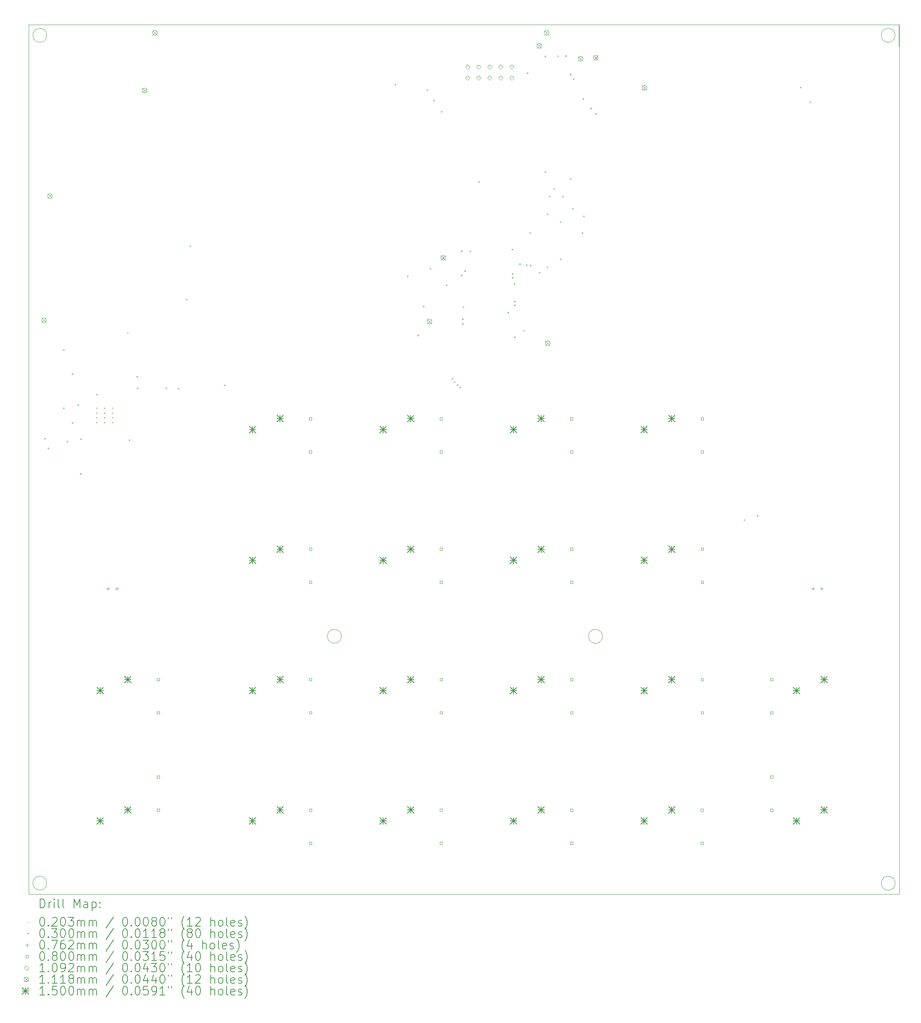
<source format=gbr>
%TF.GenerationSoftware,KiCad,Pcbnew,8.0.4*%
%TF.CreationDate,2024-10-08T15:05:42-04:00*%
%TF.ProjectId,FULL BOARD,46554c4c-2042-44f4-9152-442e6b696361,rev?*%
%TF.SameCoordinates,Original*%
%TF.FileFunction,Drillmap*%
%TF.FilePolarity,Positive*%
%FSLAX45Y45*%
G04 Gerber Fmt 4.5, Leading zero omitted, Abs format (unit mm)*
G04 Created by KiCad (PCBNEW 8.0.4) date 2024-10-08 15:05:42*
%MOMM*%
%LPD*%
G01*
G04 APERTURE LIST*
%ADD10C,0.050000*%
%ADD11C,0.200000*%
%ADD12C,0.100000*%
%ADD13C,0.109220*%
%ADD14C,0.111760*%
%ADD15C,0.150000*%
G04 APERTURE END LIST*
D10*
X7266160Y-4625140D02*
G75*
G02*
X6946160Y-4625140I-160000J0D01*
G01*
X6946160Y-4625140D02*
G75*
G02*
X7266160Y-4625140I160000J0D01*
G01*
X26763160Y-4626140D02*
G75*
G02*
X26443160Y-4626140I-160000J0D01*
G01*
X26443160Y-4626140D02*
G75*
G02*
X26763160Y-4626140I160000J0D01*
G01*
X26353160Y-4376140D02*
X26853160Y-4376140D01*
X26853160Y-4376140D02*
X26853160Y-4876140D01*
X7265160Y-24124140D02*
G75*
G02*
X6945160Y-24124140I-160000J0D01*
G01*
X6945160Y-24124140D02*
G75*
G02*
X7265160Y-24124140I160000J0D01*
G01*
X26765160Y-24127140D02*
G75*
G02*
X26445160Y-24127140I-160000J0D01*
G01*
X26445160Y-24127140D02*
G75*
G02*
X26765160Y-24127140I160000J0D01*
G01*
X14035160Y-18447140D02*
G75*
G02*
X13715160Y-18447140I-160000J0D01*
G01*
X13715160Y-18447140D02*
G75*
G02*
X14035160Y-18447140I160000J0D01*
G01*
X20037160Y-18448140D02*
G75*
G02*
X19717160Y-18448140I-160000J0D01*
G01*
X19717160Y-18448140D02*
G75*
G02*
X20037160Y-18448140I160000J0D01*
G01*
X6855302Y-4376129D02*
X26855312Y-4376129D01*
X26855312Y-24376140D01*
X6855302Y-24376140D01*
X6855302Y-4376129D01*
D11*
D12*
X8401260Y-13186840D02*
X8421580Y-13207160D01*
X8421580Y-13186840D02*
X8401260Y-13207160D01*
X8401260Y-13296840D02*
X8421580Y-13317160D01*
X8421580Y-13296840D02*
X8401260Y-13317160D01*
X8401260Y-13406840D02*
X8421580Y-13427160D01*
X8421580Y-13406840D02*
X8401260Y-13427160D01*
X8401260Y-13516840D02*
X8421580Y-13537160D01*
X8421580Y-13516840D02*
X8401260Y-13537160D01*
X8581760Y-13186840D02*
X8602080Y-13207160D01*
X8602080Y-13186840D02*
X8581760Y-13207160D01*
X8581760Y-13296840D02*
X8602080Y-13317160D01*
X8602080Y-13296840D02*
X8581760Y-13317160D01*
X8581760Y-13406840D02*
X8602080Y-13427160D01*
X8602080Y-13406840D02*
X8581760Y-13427160D01*
X8581760Y-13516840D02*
X8602080Y-13537160D01*
X8602080Y-13516840D02*
X8581760Y-13537160D01*
X8762260Y-13186840D02*
X8782580Y-13207160D01*
X8782580Y-13186840D02*
X8762260Y-13207160D01*
X8762260Y-13296840D02*
X8782580Y-13317160D01*
X8782580Y-13296840D02*
X8762260Y-13317160D01*
X8762260Y-13406840D02*
X8782580Y-13427160D01*
X8782580Y-13406840D02*
X8762260Y-13427160D01*
X8762260Y-13516840D02*
X8782580Y-13537160D01*
X8782580Y-13516840D02*
X8762260Y-13537160D01*
X7241900Y-13901400D02*
G75*
G02*
X7211900Y-13901400I-15000J0D01*
G01*
X7211900Y-13901400D02*
G75*
G02*
X7241900Y-13901400I15000J0D01*
G01*
X7316900Y-14126400D02*
G75*
G02*
X7286900Y-14126400I-15000J0D01*
G01*
X7286900Y-14126400D02*
G75*
G02*
X7316900Y-14126400I15000J0D01*
G01*
X7674160Y-11861140D02*
G75*
G02*
X7644160Y-11861140I-15000J0D01*
G01*
X7644160Y-11861140D02*
G75*
G02*
X7674160Y-11861140I15000J0D01*
G01*
X7674160Y-13201800D02*
G75*
G02*
X7644160Y-13201800I-15000J0D01*
G01*
X7644160Y-13201800D02*
G75*
G02*
X7674160Y-13201800I15000J0D01*
G01*
X7755160Y-13972140D02*
G75*
G02*
X7725160Y-13972140I-15000J0D01*
G01*
X7725160Y-13972140D02*
G75*
G02*
X7755160Y-13972140I15000J0D01*
G01*
X7872520Y-12412440D02*
G75*
G02*
X7842520Y-12412440I-15000J0D01*
G01*
X7842520Y-12412440D02*
G75*
G02*
X7872520Y-12412440I15000J0D01*
G01*
X7875060Y-13542740D02*
G75*
G02*
X7845060Y-13542740I-15000J0D01*
G01*
X7845060Y-13542740D02*
G75*
G02*
X7875060Y-13542740I15000J0D01*
G01*
X8005160Y-13130140D02*
G75*
G02*
X7975160Y-13130140I-15000J0D01*
G01*
X7975160Y-13130140D02*
G75*
G02*
X8005160Y-13130140I15000J0D01*
G01*
X8065560Y-14713680D02*
G75*
G02*
X8035560Y-14713680I-15000J0D01*
G01*
X8035560Y-14713680D02*
G75*
G02*
X8065560Y-14713680I15000J0D01*
G01*
X8068100Y-13913580D02*
G75*
G02*
X8038100Y-13913580I-15000J0D01*
G01*
X8038100Y-13913580D02*
G75*
G02*
X8068100Y-13913580I15000J0D01*
G01*
X8434960Y-12889340D02*
G75*
G02*
X8404960Y-12889340I-15000J0D01*
G01*
X8404960Y-12889340D02*
G75*
G02*
X8434960Y-12889340I15000J0D01*
G01*
X9145060Y-11470100D02*
G75*
G02*
X9115060Y-11470100I-15000J0D01*
G01*
X9115060Y-11470100D02*
G75*
G02*
X9145060Y-11470100I15000J0D01*
G01*
X9183160Y-13936440D02*
G75*
G02*
X9153160Y-13936440I-15000J0D01*
G01*
X9153160Y-13936440D02*
G75*
G02*
X9183160Y-13936440I15000J0D01*
G01*
X9358420Y-12473400D02*
G75*
G02*
X9328420Y-12473400I-15000J0D01*
G01*
X9328420Y-12473400D02*
G75*
G02*
X9358420Y-12473400I15000J0D01*
G01*
X9371120Y-12747720D02*
G75*
G02*
X9341120Y-12747720I-15000J0D01*
G01*
X9341120Y-12747720D02*
G75*
G02*
X9371120Y-12747720I15000J0D01*
G01*
X10026440Y-12740100D02*
G75*
G02*
X9996440Y-12740100I-15000J0D01*
G01*
X9996440Y-12740100D02*
G75*
G02*
X10026440Y-12740100I15000J0D01*
G01*
X10310920Y-12752800D02*
G75*
G02*
X10280920Y-12752800I-15000J0D01*
G01*
X10280920Y-12752800D02*
G75*
G02*
X10310920Y-12752800I15000J0D01*
G01*
X10496340Y-10700480D02*
G75*
G02*
X10466340Y-10700480I-15000J0D01*
G01*
X10466340Y-10700480D02*
G75*
G02*
X10496340Y-10700480I15000J0D01*
G01*
X10582700Y-9473660D02*
G75*
G02*
X10552700Y-9473660I-15000J0D01*
G01*
X10552700Y-9473660D02*
G75*
G02*
X10582700Y-9473660I15000J0D01*
G01*
X11370100Y-12676600D02*
G75*
G02*
X11340100Y-12676600I-15000J0D01*
G01*
X11340100Y-12676600D02*
G75*
G02*
X11370100Y-12676600I15000J0D01*
G01*
X15293160Y-5759140D02*
G75*
G02*
X15263160Y-5759140I-15000J0D01*
G01*
X15263160Y-5759140D02*
G75*
G02*
X15293160Y-5759140I15000J0D01*
G01*
X15576900Y-10167400D02*
G75*
G02*
X15546900Y-10167400I-15000J0D01*
G01*
X15546900Y-10167400D02*
G75*
G02*
X15576900Y-10167400I15000J0D01*
G01*
X15820180Y-11528520D02*
G75*
G02*
X15790180Y-11528520I-15000J0D01*
G01*
X15790180Y-11528520D02*
G75*
G02*
X15820180Y-11528520I15000J0D01*
G01*
X15944640Y-10863040D02*
G75*
G02*
X15914640Y-10863040I-15000J0D01*
G01*
X15914640Y-10863040D02*
G75*
G02*
X15944640Y-10863040I15000J0D01*
G01*
X16026160Y-5885140D02*
G75*
G02*
X15996160Y-5885140I-15000J0D01*
G01*
X15996160Y-5885140D02*
G75*
G02*
X16026160Y-5885140I15000J0D01*
G01*
X16095600Y-9991200D02*
G75*
G02*
X16065600Y-9991200I-15000J0D01*
G01*
X16065600Y-9991200D02*
G75*
G02*
X16095600Y-9991200I15000J0D01*
G01*
X16182160Y-6123140D02*
G75*
G02*
X16152160Y-6123140I-15000J0D01*
G01*
X16152160Y-6123140D02*
G75*
G02*
X16182160Y-6123140I15000J0D01*
G01*
X16354680Y-6384400D02*
G75*
G02*
X16324680Y-6384400I-15000J0D01*
G01*
X16324680Y-6384400D02*
G75*
G02*
X16354680Y-6384400I15000J0D01*
G01*
X16468980Y-10372200D02*
G75*
G02*
X16438980Y-10372200I-15000J0D01*
G01*
X16438980Y-10372200D02*
G75*
G02*
X16468980Y-10372200I15000J0D01*
G01*
X16602500Y-12524200D02*
G75*
G02*
X16572500Y-12524200I-15000J0D01*
G01*
X16572500Y-12524200D02*
G75*
G02*
X16602500Y-12524200I15000J0D01*
G01*
X16653300Y-12600400D02*
G75*
G02*
X16623300Y-12600400I-15000J0D01*
G01*
X16623300Y-12600400D02*
G75*
G02*
X16653300Y-12600400I15000J0D01*
G01*
X16723731Y-12670831D02*
G75*
G02*
X16693731Y-12670831I-15000J0D01*
G01*
X16693731Y-12670831D02*
G75*
G02*
X16723731Y-12670831I15000J0D01*
G01*
X16780300Y-12727400D02*
G75*
G02*
X16750300Y-12727400I-15000J0D01*
G01*
X16750300Y-12727400D02*
G75*
G02*
X16780300Y-12727400I15000J0D01*
G01*
X16818400Y-9590500D02*
G75*
G02*
X16788400Y-9590500I-15000J0D01*
G01*
X16788400Y-9590500D02*
G75*
G02*
X16818400Y-9590500I15000J0D01*
G01*
X16818400Y-10149300D02*
G75*
G02*
X16788400Y-10149300I-15000J0D01*
G01*
X16788400Y-10149300D02*
G75*
G02*
X16818400Y-10149300I15000J0D01*
G01*
X16843800Y-11152600D02*
G75*
G02*
X16813800Y-11152600I-15000J0D01*
G01*
X16813800Y-11152600D02*
G75*
G02*
X16843800Y-11152600I15000J0D01*
G01*
X16843800Y-11266900D02*
G75*
G02*
X16813800Y-11266900I-15000J0D01*
G01*
X16813800Y-11266900D02*
G75*
G02*
X16843800Y-11266900I15000J0D01*
G01*
X16856500Y-10873200D02*
G75*
G02*
X16826500Y-10873200I-15000J0D01*
G01*
X16826500Y-10873200D02*
G75*
G02*
X16856500Y-10873200I15000J0D01*
G01*
X16894600Y-10047700D02*
G75*
G02*
X16864600Y-10047700I-15000J0D01*
G01*
X16864600Y-10047700D02*
G75*
G02*
X16894600Y-10047700I15000J0D01*
G01*
X17017700Y-9593040D02*
G75*
G02*
X16987700Y-9593040I-15000J0D01*
G01*
X16987700Y-9593040D02*
G75*
G02*
X17017700Y-9593040I15000J0D01*
G01*
X17214640Y-7997920D02*
G75*
G02*
X17184640Y-7997920I-15000J0D01*
G01*
X17184640Y-7997920D02*
G75*
G02*
X17214640Y-7997920I15000J0D01*
G01*
X17885200Y-11000200D02*
G75*
G02*
X17855200Y-11000200I-15000J0D01*
G01*
X17855200Y-11000200D02*
G75*
G02*
X17885200Y-11000200I15000J0D01*
G01*
X17980400Y-9552400D02*
G75*
G02*
X17950400Y-9552400I-15000J0D01*
G01*
X17950400Y-9552400D02*
G75*
G02*
X17980400Y-9552400I15000J0D01*
G01*
X17986390Y-10200510D02*
G75*
G02*
X17956390Y-10200510I-15000J0D01*
G01*
X17956390Y-10200510D02*
G75*
G02*
X17986390Y-10200510I15000J0D01*
G01*
X17987900Y-10110580D02*
G75*
G02*
X17957900Y-10110580I-15000J0D01*
G01*
X17957900Y-10110580D02*
G75*
G02*
X17987900Y-10110580I15000J0D01*
G01*
X18029980Y-10339800D02*
G75*
G02*
X17999980Y-10339800I-15000J0D01*
G01*
X17999980Y-10339800D02*
G75*
G02*
X18029980Y-10339800I15000J0D01*
G01*
X18037600Y-10746200D02*
G75*
G02*
X18007600Y-10746200I-15000J0D01*
G01*
X18007600Y-10746200D02*
G75*
G02*
X18037600Y-10746200I15000J0D01*
G01*
X18037600Y-10835100D02*
G75*
G02*
X18007600Y-10835100I-15000J0D01*
G01*
X18007600Y-10835100D02*
G75*
G02*
X18037600Y-10835100I15000J0D01*
G01*
X18037600Y-11571700D02*
G75*
G02*
X18007600Y-11571700I-15000J0D01*
G01*
X18007600Y-11571700D02*
G75*
G02*
X18037600Y-11571700I15000J0D01*
G01*
X18158080Y-9887060D02*
G75*
G02*
X18128080Y-9887060I-15000J0D01*
G01*
X18128080Y-9887060D02*
G75*
G02*
X18158080Y-9887060I15000J0D01*
G01*
X18253500Y-11419300D02*
G75*
G02*
X18223500Y-11419300I-15000J0D01*
G01*
X18223500Y-11419300D02*
G75*
G02*
X18253500Y-11419300I15000J0D01*
G01*
X18310480Y-9909920D02*
G75*
G02*
X18280480Y-9909920I-15000J0D01*
G01*
X18280480Y-9909920D02*
G75*
G02*
X18310480Y-9909920I15000J0D01*
G01*
X18335160Y-5497140D02*
G75*
G02*
X18305160Y-5497140I-15000J0D01*
G01*
X18305160Y-5497140D02*
G75*
G02*
X18335160Y-5497140I15000J0D01*
G01*
X18388120Y-9171400D02*
G75*
G02*
X18358120Y-9171400I-15000J0D01*
G01*
X18358120Y-9171400D02*
G75*
G02*
X18388120Y-9171400I15000J0D01*
G01*
X18402160Y-9920140D02*
G75*
G02*
X18372160Y-9920140I-15000J0D01*
G01*
X18372160Y-9920140D02*
G75*
G02*
X18402160Y-9920140I15000J0D01*
G01*
X18610200Y-10085800D02*
G75*
G02*
X18580200Y-10085800I-15000J0D01*
G01*
X18580200Y-10085800D02*
G75*
G02*
X18610200Y-10085800I15000J0D01*
G01*
X18736100Y-7774400D02*
G75*
G02*
X18706100Y-7774400I-15000J0D01*
G01*
X18706100Y-7774400D02*
G75*
G02*
X18736100Y-7774400I15000J0D01*
G01*
X18737200Y-5109320D02*
G75*
G02*
X18707200Y-5109320I-15000J0D01*
G01*
X18707200Y-5109320D02*
G75*
G02*
X18737200Y-5109320I15000J0D01*
G01*
X18786900Y-8739600D02*
G75*
G02*
X18756900Y-8739600I-15000J0D01*
G01*
X18756900Y-8739600D02*
G75*
G02*
X18786900Y-8739600I15000J0D01*
G01*
X18786900Y-9958800D02*
G75*
G02*
X18756900Y-9958800I-15000J0D01*
G01*
X18756900Y-9958800D02*
G75*
G02*
X18786900Y-9958800I15000J0D01*
G01*
X18837700Y-8333200D02*
G75*
G02*
X18807700Y-8333200I-15000J0D01*
G01*
X18807700Y-8333200D02*
G75*
G02*
X18837700Y-8333200I15000J0D01*
G01*
X18939300Y-8155400D02*
G75*
G02*
X18909300Y-8155400I-15000J0D01*
G01*
X18909300Y-8155400D02*
G75*
G02*
X18939300Y-8155400I15000J0D01*
G01*
X19034160Y-5103140D02*
G75*
G02*
X19004160Y-5103140I-15000J0D01*
G01*
X19004160Y-5103140D02*
G75*
G02*
X19034160Y-5103140I15000J0D01*
G01*
X19091700Y-8917400D02*
G75*
G02*
X19061700Y-8917400I-15000J0D01*
G01*
X19061700Y-8917400D02*
G75*
G02*
X19091700Y-8917400I15000J0D01*
G01*
X19091700Y-9781000D02*
G75*
G02*
X19061700Y-9781000I-15000J0D01*
G01*
X19061700Y-9781000D02*
G75*
G02*
X19091700Y-9781000I15000J0D01*
G01*
X19142500Y-8333200D02*
G75*
G02*
X19112500Y-8333200I-15000J0D01*
G01*
X19112500Y-8333200D02*
G75*
G02*
X19142500Y-8333200I15000J0D01*
G01*
X19216160Y-5103140D02*
G75*
G02*
X19186160Y-5103140I-15000J0D01*
G01*
X19186160Y-5103140D02*
G75*
G02*
X19216160Y-5103140I15000J0D01*
G01*
X19320300Y-7926800D02*
G75*
G02*
X19290300Y-7926800I-15000J0D01*
G01*
X19290300Y-7926800D02*
G75*
G02*
X19320300Y-7926800I15000J0D01*
G01*
X19325160Y-5528140D02*
G75*
G02*
X19295160Y-5528140I-15000J0D01*
G01*
X19295160Y-5528140D02*
G75*
G02*
X19325160Y-5528140I15000J0D01*
G01*
X19371100Y-8612600D02*
G75*
G02*
X19341100Y-8612600I-15000J0D01*
G01*
X19341100Y-8612600D02*
G75*
G02*
X19371100Y-8612600I15000J0D01*
G01*
X19390160Y-5632140D02*
G75*
G02*
X19360160Y-5632140I-15000J0D01*
G01*
X19360160Y-5632140D02*
G75*
G02*
X19390160Y-5632140I15000J0D01*
G01*
X19594620Y-9171400D02*
G75*
G02*
X19564620Y-9171400I-15000J0D01*
G01*
X19564620Y-9171400D02*
G75*
G02*
X19594620Y-9171400I15000J0D01*
G01*
X19612160Y-6089140D02*
G75*
G02*
X19582160Y-6089140I-15000J0D01*
G01*
X19582160Y-6089140D02*
G75*
G02*
X19612160Y-6089140I15000J0D01*
G01*
X19625100Y-8790400D02*
G75*
G02*
X19595100Y-8790400I-15000J0D01*
G01*
X19595100Y-8790400D02*
G75*
G02*
X19625100Y-8790400I15000J0D01*
G01*
X19790160Y-6304140D02*
G75*
G02*
X19760160Y-6304140I-15000J0D01*
G01*
X19760160Y-6304140D02*
G75*
G02*
X19790160Y-6304140I15000J0D01*
G01*
X19899420Y-6432400D02*
G75*
G02*
X19869420Y-6432400I-15000J0D01*
G01*
X19869420Y-6432400D02*
G75*
G02*
X19899420Y-6432400I15000J0D01*
G01*
X23316900Y-15776400D02*
G75*
G02*
X23286900Y-15776400I-15000J0D01*
G01*
X23286900Y-15776400D02*
G75*
G02*
X23316900Y-15776400I15000J0D01*
G01*
X23616900Y-15676400D02*
G75*
G02*
X23586900Y-15676400I-15000J0D01*
G01*
X23586900Y-15676400D02*
G75*
G02*
X23616900Y-15676400I15000J0D01*
G01*
X24612160Y-5829140D02*
G75*
G02*
X24582160Y-5829140I-15000J0D01*
G01*
X24582160Y-5829140D02*
G75*
G02*
X24612160Y-5829140I15000J0D01*
G01*
X24831160Y-6164140D02*
G75*
G02*
X24801160Y-6164140I-15000J0D01*
G01*
X24801160Y-6164140D02*
G75*
G02*
X24831160Y-6164140I15000J0D01*
G01*
X8675403Y-17313300D02*
X8675403Y-17389500D01*
X8637303Y-17351400D02*
X8713503Y-17351400D01*
X8875403Y-17313300D02*
X8875403Y-17389500D01*
X8837303Y-17351400D02*
X8913503Y-17351400D01*
X24875397Y-17313300D02*
X24875397Y-17389500D01*
X24837297Y-17351400D02*
X24913497Y-17351400D01*
X25075397Y-17313300D02*
X25075397Y-17389500D01*
X25037297Y-17351400D02*
X25113497Y-17351400D01*
X9854085Y-19469225D02*
X9854085Y-19412656D01*
X9797516Y-19412656D01*
X9797516Y-19469225D01*
X9854085Y-19469225D01*
X9854085Y-20231225D02*
X9854085Y-20174656D01*
X9797516Y-20174656D01*
X9797516Y-20231225D01*
X9854085Y-20231225D01*
X9855085Y-21708225D02*
X9855085Y-21651656D01*
X9798516Y-21651656D01*
X9798516Y-21708225D01*
X9855085Y-21708225D01*
X9855085Y-22470224D02*
X9855085Y-22413655D01*
X9798516Y-22413655D01*
X9798516Y-22470224D01*
X9855085Y-22470224D01*
X13355084Y-13469224D02*
X13355084Y-13412655D01*
X13298515Y-13412655D01*
X13298515Y-13469224D01*
X13355084Y-13469224D01*
X13355084Y-14231224D02*
X13355084Y-14174655D01*
X13298515Y-14174655D01*
X13298515Y-14231224D01*
X13355084Y-14231224D01*
X13356084Y-16469224D02*
X13356084Y-16412655D01*
X13299515Y-16412655D01*
X13299515Y-16469224D01*
X13356084Y-16469224D01*
X13356084Y-17231225D02*
X13356084Y-17174656D01*
X13299515Y-17174656D01*
X13299515Y-17231225D01*
X13356084Y-17231225D01*
X13356084Y-19470225D02*
X13356084Y-19413656D01*
X13299515Y-19413656D01*
X13299515Y-19470225D01*
X13356084Y-19470225D01*
X13356084Y-20232225D02*
X13356084Y-20175656D01*
X13299515Y-20175656D01*
X13299515Y-20232225D01*
X13356084Y-20232225D01*
X13358084Y-22470224D02*
X13358084Y-22413655D01*
X13301515Y-22413655D01*
X13301515Y-22470224D01*
X13358084Y-22470224D01*
X13358084Y-23232224D02*
X13358084Y-23175655D01*
X13301515Y-23175655D01*
X13301515Y-23232224D01*
X13358084Y-23232224D01*
X16354084Y-13470224D02*
X16354084Y-13413655D01*
X16297515Y-13413655D01*
X16297515Y-13470224D01*
X16354084Y-13470224D01*
X16354084Y-14232224D02*
X16354084Y-14175655D01*
X16297515Y-14175655D01*
X16297515Y-14232224D01*
X16354084Y-14232224D01*
X16355084Y-22469224D02*
X16355084Y-22412655D01*
X16298515Y-22412655D01*
X16298515Y-22469224D01*
X16355084Y-22469224D01*
X16355084Y-23231224D02*
X16355084Y-23174655D01*
X16298515Y-23174655D01*
X16298515Y-23231224D01*
X16355084Y-23231224D01*
X16356184Y-16467684D02*
X16356184Y-16411115D01*
X16299615Y-16411115D01*
X16299615Y-16467684D01*
X16356184Y-16467684D01*
X16356184Y-17229685D02*
X16356184Y-17173116D01*
X16299615Y-17173116D01*
X16299615Y-17229685D01*
X16356184Y-17229685D01*
X16358084Y-19469225D02*
X16358084Y-19412656D01*
X16301515Y-19412656D01*
X16301515Y-19469225D01*
X16358084Y-19469225D01*
X16358084Y-20231225D02*
X16358084Y-20174656D01*
X16301515Y-20174656D01*
X16301515Y-20231225D01*
X16358084Y-20231225D01*
X19356085Y-13470224D02*
X19356085Y-13413655D01*
X19299516Y-13413655D01*
X19299516Y-13470224D01*
X19356085Y-13470224D01*
X19356085Y-14232224D02*
X19356085Y-14175655D01*
X19299516Y-14175655D01*
X19299516Y-14232224D01*
X19356085Y-14232224D01*
X19356085Y-16468224D02*
X19356085Y-16411655D01*
X19299516Y-16411655D01*
X19299516Y-16468224D01*
X19356085Y-16468224D01*
X19356085Y-17230225D02*
X19356085Y-17173656D01*
X19299516Y-17173656D01*
X19299516Y-17230225D01*
X19356085Y-17230225D01*
X19356085Y-22469224D02*
X19356085Y-22412655D01*
X19299516Y-22412655D01*
X19299516Y-22469224D01*
X19356085Y-22469224D01*
X19356085Y-23231224D02*
X19356085Y-23174655D01*
X19299516Y-23174655D01*
X19299516Y-23231224D01*
X19356085Y-23231224D01*
X19357085Y-19468225D02*
X19357085Y-19411656D01*
X19300516Y-19411656D01*
X19300516Y-19468225D01*
X19357085Y-19468225D01*
X19357085Y-20230225D02*
X19357085Y-20173656D01*
X19300516Y-20173656D01*
X19300516Y-20230225D01*
X19357085Y-20230225D01*
X22354085Y-22468224D02*
X22354085Y-22411655D01*
X22297516Y-22411655D01*
X22297516Y-22468224D01*
X22354085Y-22468224D01*
X22354085Y-23230224D02*
X22354085Y-23173655D01*
X22297516Y-23173655D01*
X22297516Y-23230224D01*
X22354085Y-23230224D01*
X22356085Y-13469224D02*
X22356085Y-13412655D01*
X22299516Y-13412655D01*
X22299516Y-13469224D01*
X22356085Y-13469224D01*
X22356085Y-14231224D02*
X22356085Y-14174655D01*
X22299516Y-14174655D01*
X22299516Y-14231224D01*
X22356085Y-14231224D01*
X22356085Y-16468224D02*
X22356085Y-16411655D01*
X22299516Y-16411655D01*
X22299516Y-16468224D01*
X22356085Y-16468224D01*
X22356085Y-17230225D02*
X22356085Y-17173656D01*
X22299516Y-17173656D01*
X22299516Y-17230225D01*
X22356085Y-17230225D01*
X22357085Y-19468225D02*
X22357085Y-19411656D01*
X22300516Y-19411656D01*
X22300516Y-19468225D01*
X22357085Y-19468225D01*
X22357085Y-20230225D02*
X22357085Y-20173656D01*
X22300516Y-20173656D01*
X22300516Y-20230225D01*
X22357085Y-20230225D01*
X23951084Y-19469225D02*
X23951084Y-19412656D01*
X23894515Y-19412656D01*
X23894515Y-19469225D01*
X23951084Y-19469225D01*
X23951084Y-20231225D02*
X23951084Y-20174656D01*
X23894515Y-20174656D01*
X23894515Y-20231225D01*
X23951084Y-20231225D01*
X23954084Y-21707225D02*
X23954084Y-21650656D01*
X23897515Y-21650656D01*
X23897515Y-21707225D01*
X23954084Y-21707225D01*
X23954084Y-22469224D02*
X23954084Y-22412655D01*
X23897515Y-22412655D01*
X23897515Y-22469224D01*
X23954084Y-22469224D01*
D13*
X16935160Y-5403750D02*
X16989770Y-5349140D01*
X16935160Y-5294530D01*
X16880550Y-5349140D01*
X16935160Y-5403750D01*
X16935160Y-5657750D02*
X16989770Y-5603140D01*
X16935160Y-5548530D01*
X16880550Y-5603140D01*
X16935160Y-5657750D01*
X17189160Y-5403750D02*
X17243770Y-5349140D01*
X17189160Y-5294530D01*
X17134550Y-5349140D01*
X17189160Y-5403750D01*
X17189160Y-5657750D02*
X17243770Y-5603140D01*
X17189160Y-5548530D01*
X17134550Y-5603140D01*
X17189160Y-5657750D01*
X17443160Y-5403750D02*
X17497770Y-5349140D01*
X17443160Y-5294530D01*
X17388550Y-5349140D01*
X17443160Y-5403750D01*
X17443160Y-5657750D02*
X17497770Y-5603140D01*
X17443160Y-5548530D01*
X17388550Y-5603140D01*
X17443160Y-5657750D01*
X17697160Y-5403750D02*
X17751770Y-5349140D01*
X17697160Y-5294530D01*
X17642550Y-5349140D01*
X17697160Y-5403750D01*
X17697160Y-5657750D02*
X17751770Y-5603140D01*
X17697160Y-5548530D01*
X17642550Y-5603140D01*
X17697160Y-5657750D01*
X17951160Y-5403750D02*
X18005770Y-5349140D01*
X17951160Y-5294530D01*
X17896550Y-5349140D01*
X17951160Y-5403750D01*
X17951160Y-5657750D02*
X18005770Y-5603140D01*
X17951160Y-5548530D01*
X17896550Y-5603140D01*
X17951160Y-5657750D01*
D14*
X7146020Y-11120520D02*
X7257780Y-11232280D01*
X7257780Y-11120520D02*
X7146020Y-11232280D01*
X7257780Y-11176400D02*
G75*
G02*
X7146020Y-11176400I-55880J0D01*
G01*
X7146020Y-11176400D02*
G75*
G02*
X7257780Y-11176400I55880J0D01*
G01*
X7280730Y-8266260D02*
X7392490Y-8378020D01*
X7392490Y-8266260D02*
X7280730Y-8378020D01*
X7392490Y-8322140D02*
G75*
G02*
X7280730Y-8322140I-55880J0D01*
G01*
X7280730Y-8322140D02*
G75*
G02*
X7392490Y-8322140I55880J0D01*
G01*
X9459280Y-5836260D02*
X9571040Y-5948020D01*
X9571040Y-5836260D02*
X9459280Y-5948020D01*
X9571040Y-5892140D02*
G75*
G02*
X9459280Y-5892140I-55880J0D01*
G01*
X9459280Y-5892140D02*
G75*
G02*
X9571040Y-5892140I55880J0D01*
G01*
X9698280Y-4510260D02*
X9810040Y-4622020D01*
X9810040Y-4510260D02*
X9698280Y-4622020D01*
X9810040Y-4566140D02*
G75*
G02*
X9698280Y-4566140I-55880J0D01*
G01*
X9698280Y-4566140D02*
G75*
G02*
X9810040Y-4566140I55880J0D01*
G01*
X16004264Y-11148239D02*
X16116024Y-11259999D01*
X16116024Y-11148239D02*
X16004264Y-11259999D01*
X16116024Y-11204119D02*
G75*
G02*
X16004264Y-11204119I-55880J0D01*
G01*
X16004264Y-11204119D02*
G75*
G02*
X16116024Y-11204119I55880J0D01*
G01*
X16320800Y-9684520D02*
X16432560Y-9796280D01*
X16432560Y-9684520D02*
X16320800Y-9796280D01*
X16432560Y-9740400D02*
G75*
G02*
X16320800Y-9740400I-55880J0D01*
G01*
X16320800Y-9740400D02*
G75*
G02*
X16432560Y-9740400I55880J0D01*
G01*
X18527280Y-4810260D02*
X18639040Y-4922020D01*
X18639040Y-4810260D02*
X18527280Y-4922020D01*
X18639040Y-4866140D02*
G75*
G02*
X18527280Y-4866140I-55880J0D01*
G01*
X18527280Y-4866140D02*
G75*
G02*
X18639040Y-4866140I55880J0D01*
G01*
X18698280Y-4511260D02*
X18810040Y-4623020D01*
X18810040Y-4511260D02*
X18698280Y-4623020D01*
X18810040Y-4567140D02*
G75*
G02*
X18698280Y-4567140I-55880J0D01*
G01*
X18698280Y-4567140D02*
G75*
G02*
X18810040Y-4567140I55880J0D01*
G01*
X18723640Y-11650440D02*
X18835400Y-11762200D01*
X18835400Y-11650440D02*
X18723640Y-11762200D01*
X18835400Y-11706320D02*
G75*
G02*
X18723640Y-11706320I-55880J0D01*
G01*
X18723640Y-11706320D02*
G75*
G02*
X18835400Y-11706320I55880J0D01*
G01*
X19477280Y-5107260D02*
X19589040Y-5219020D01*
X19589040Y-5107260D02*
X19477280Y-5219020D01*
X19589040Y-5163140D02*
G75*
G02*
X19477280Y-5163140I-55880J0D01*
G01*
X19477280Y-5163140D02*
G75*
G02*
X19589040Y-5163140I55880J0D01*
G01*
X19827280Y-5084260D02*
X19939040Y-5196020D01*
X19939040Y-5084260D02*
X19827280Y-5196020D01*
X19939040Y-5140140D02*
G75*
G02*
X19827280Y-5140140I-55880J0D01*
G01*
X19827280Y-5140140D02*
G75*
G02*
X19939040Y-5140140I55880J0D01*
G01*
X20947280Y-5775260D02*
X21059040Y-5887020D01*
X21059040Y-5775260D02*
X20947280Y-5887020D01*
X21059040Y-5831140D02*
G75*
G02*
X20947280Y-5831140I-55880J0D01*
G01*
X20947280Y-5831140D02*
G75*
G02*
X21059040Y-5831140I55880J0D01*
G01*
D15*
X8419400Y-19620140D02*
X8569400Y-19770140D01*
X8569400Y-19620140D02*
X8419400Y-19770140D01*
X8494400Y-19620140D02*
X8494400Y-19770140D01*
X8419400Y-19695140D02*
X8569400Y-19695140D01*
X8419400Y-22620140D02*
X8569400Y-22770140D01*
X8569400Y-22620140D02*
X8419400Y-22770140D01*
X8494400Y-22620140D02*
X8494400Y-22770140D01*
X8419400Y-22695140D02*
X8569400Y-22695140D01*
X9054400Y-19366140D02*
X9204400Y-19516140D01*
X9204400Y-19366140D02*
X9054400Y-19516140D01*
X9129400Y-19366140D02*
X9129400Y-19516140D01*
X9054400Y-19441140D02*
X9204400Y-19441140D01*
X9054400Y-22366140D02*
X9204400Y-22516140D01*
X9204400Y-22366140D02*
X9054400Y-22516140D01*
X9129400Y-22366140D02*
X9129400Y-22516140D01*
X9054400Y-22441140D02*
X9204400Y-22441140D01*
X11919400Y-13620140D02*
X12069400Y-13770140D01*
X12069400Y-13620140D02*
X11919400Y-13770140D01*
X11994400Y-13620140D02*
X11994400Y-13770140D01*
X11919400Y-13695140D02*
X12069400Y-13695140D01*
X11919400Y-16620140D02*
X12069400Y-16770140D01*
X12069400Y-16620140D02*
X11919400Y-16770140D01*
X11994400Y-16620140D02*
X11994400Y-16770140D01*
X11919400Y-16695140D02*
X12069400Y-16695140D01*
X11919400Y-19620140D02*
X12069400Y-19770140D01*
X12069400Y-19620140D02*
X11919400Y-19770140D01*
X11994400Y-19620140D02*
X11994400Y-19770140D01*
X11919400Y-19695140D02*
X12069400Y-19695140D01*
X11919400Y-22620140D02*
X12069400Y-22770140D01*
X12069400Y-22620140D02*
X11919400Y-22770140D01*
X11994400Y-22620140D02*
X11994400Y-22770140D01*
X11919400Y-22695140D02*
X12069400Y-22695140D01*
X12554400Y-13366140D02*
X12704400Y-13516140D01*
X12704400Y-13366140D02*
X12554400Y-13516140D01*
X12629400Y-13366140D02*
X12629400Y-13516140D01*
X12554400Y-13441140D02*
X12704400Y-13441140D01*
X12554400Y-16366140D02*
X12704400Y-16516140D01*
X12704400Y-16366140D02*
X12554400Y-16516140D01*
X12629400Y-16366140D02*
X12629400Y-16516140D01*
X12554400Y-16441140D02*
X12704400Y-16441140D01*
X12554400Y-19366140D02*
X12704400Y-19516140D01*
X12704400Y-19366140D02*
X12554400Y-19516140D01*
X12629400Y-19366140D02*
X12629400Y-19516140D01*
X12554400Y-19441140D02*
X12704400Y-19441140D01*
X12554400Y-22366140D02*
X12704400Y-22516140D01*
X12704400Y-22366140D02*
X12554400Y-22516140D01*
X12629400Y-22366140D02*
X12629400Y-22516140D01*
X12554400Y-22441140D02*
X12704400Y-22441140D01*
X14919400Y-13620140D02*
X15069400Y-13770140D01*
X15069400Y-13620140D02*
X14919400Y-13770140D01*
X14994400Y-13620140D02*
X14994400Y-13770140D01*
X14919400Y-13695140D02*
X15069400Y-13695140D01*
X14919400Y-16620140D02*
X15069400Y-16770140D01*
X15069400Y-16620140D02*
X14919400Y-16770140D01*
X14994400Y-16620140D02*
X14994400Y-16770140D01*
X14919400Y-16695140D02*
X15069400Y-16695140D01*
X14919400Y-19620140D02*
X15069400Y-19770140D01*
X15069400Y-19620140D02*
X14919400Y-19770140D01*
X14994400Y-19620140D02*
X14994400Y-19770140D01*
X14919400Y-19695140D02*
X15069400Y-19695140D01*
X14919400Y-22620140D02*
X15069400Y-22770140D01*
X15069400Y-22620140D02*
X14919400Y-22770140D01*
X14994400Y-22620140D02*
X14994400Y-22770140D01*
X14919400Y-22695140D02*
X15069400Y-22695140D01*
X15554400Y-13366140D02*
X15704400Y-13516140D01*
X15704400Y-13366140D02*
X15554400Y-13516140D01*
X15629400Y-13366140D02*
X15629400Y-13516140D01*
X15554400Y-13441140D02*
X15704400Y-13441140D01*
X15554400Y-16366140D02*
X15704400Y-16516140D01*
X15704400Y-16366140D02*
X15554400Y-16516140D01*
X15629400Y-16366140D02*
X15629400Y-16516140D01*
X15554400Y-16441140D02*
X15704400Y-16441140D01*
X15554400Y-19366140D02*
X15704400Y-19516140D01*
X15704400Y-19366140D02*
X15554400Y-19516140D01*
X15629400Y-19366140D02*
X15629400Y-19516140D01*
X15554400Y-19441140D02*
X15704400Y-19441140D01*
X15554400Y-22366140D02*
X15704400Y-22516140D01*
X15704400Y-22366140D02*
X15554400Y-22516140D01*
X15629400Y-22366140D02*
X15629400Y-22516140D01*
X15554400Y-22441140D02*
X15704400Y-22441140D01*
X17919400Y-13620140D02*
X18069400Y-13770140D01*
X18069400Y-13620140D02*
X17919400Y-13770140D01*
X17994400Y-13620140D02*
X17994400Y-13770140D01*
X17919400Y-13695140D02*
X18069400Y-13695140D01*
X17919400Y-16620140D02*
X18069400Y-16770140D01*
X18069400Y-16620140D02*
X17919400Y-16770140D01*
X17994400Y-16620140D02*
X17994400Y-16770140D01*
X17919400Y-16695140D02*
X18069400Y-16695140D01*
X17919400Y-19620140D02*
X18069400Y-19770140D01*
X18069400Y-19620140D02*
X17919400Y-19770140D01*
X17994400Y-19620140D02*
X17994400Y-19770140D01*
X17919400Y-19695140D02*
X18069400Y-19695140D01*
X17919400Y-22620140D02*
X18069400Y-22770140D01*
X18069400Y-22620140D02*
X17919400Y-22770140D01*
X17994400Y-22620140D02*
X17994400Y-22770140D01*
X17919400Y-22695140D02*
X18069400Y-22695140D01*
X18554400Y-13366140D02*
X18704400Y-13516140D01*
X18704400Y-13366140D02*
X18554400Y-13516140D01*
X18629400Y-13366140D02*
X18629400Y-13516140D01*
X18554400Y-13441140D02*
X18704400Y-13441140D01*
X18554400Y-16366140D02*
X18704400Y-16516140D01*
X18704400Y-16366140D02*
X18554400Y-16516140D01*
X18629400Y-16366140D02*
X18629400Y-16516140D01*
X18554400Y-16441140D02*
X18704400Y-16441140D01*
X18554400Y-19366140D02*
X18704400Y-19516140D01*
X18704400Y-19366140D02*
X18554400Y-19516140D01*
X18629400Y-19366140D02*
X18629400Y-19516140D01*
X18554400Y-19441140D02*
X18704400Y-19441140D01*
X18554400Y-22366140D02*
X18704400Y-22516140D01*
X18704400Y-22366140D02*
X18554400Y-22516140D01*
X18629400Y-22366140D02*
X18629400Y-22516140D01*
X18554400Y-22441140D02*
X18704400Y-22441140D01*
X20919400Y-13620140D02*
X21069400Y-13770140D01*
X21069400Y-13620140D02*
X20919400Y-13770140D01*
X20994400Y-13620140D02*
X20994400Y-13770140D01*
X20919400Y-13695140D02*
X21069400Y-13695140D01*
X20919400Y-16620140D02*
X21069400Y-16770140D01*
X21069400Y-16620140D02*
X20919400Y-16770140D01*
X20994400Y-16620140D02*
X20994400Y-16770140D01*
X20919400Y-16695140D02*
X21069400Y-16695140D01*
X20919400Y-19620140D02*
X21069400Y-19770140D01*
X21069400Y-19620140D02*
X20919400Y-19770140D01*
X20994400Y-19620140D02*
X20994400Y-19770140D01*
X20919400Y-19695140D02*
X21069400Y-19695140D01*
X20919400Y-22620140D02*
X21069400Y-22770140D01*
X21069400Y-22620140D02*
X20919400Y-22770140D01*
X20994400Y-22620140D02*
X20994400Y-22770140D01*
X20919400Y-22695140D02*
X21069400Y-22695140D01*
X21554400Y-13366140D02*
X21704400Y-13516140D01*
X21704400Y-13366140D02*
X21554400Y-13516140D01*
X21629400Y-13366140D02*
X21629400Y-13516140D01*
X21554400Y-13441140D02*
X21704400Y-13441140D01*
X21554400Y-16366140D02*
X21704400Y-16516140D01*
X21704400Y-16366140D02*
X21554400Y-16516140D01*
X21629400Y-16366140D02*
X21629400Y-16516140D01*
X21554400Y-16441140D02*
X21704400Y-16441140D01*
X21554400Y-19366140D02*
X21704400Y-19516140D01*
X21704400Y-19366140D02*
X21554400Y-19516140D01*
X21629400Y-19366140D02*
X21629400Y-19516140D01*
X21554400Y-19441140D02*
X21704400Y-19441140D01*
X21554400Y-22366140D02*
X21704400Y-22516140D01*
X21704400Y-22366140D02*
X21554400Y-22516140D01*
X21629400Y-22366140D02*
X21629400Y-22516140D01*
X21554400Y-22441140D02*
X21704400Y-22441140D01*
X24419400Y-19620140D02*
X24569400Y-19770140D01*
X24569400Y-19620140D02*
X24419400Y-19770140D01*
X24494400Y-19620140D02*
X24494400Y-19770140D01*
X24419400Y-19695140D02*
X24569400Y-19695140D01*
X24419400Y-22620140D02*
X24569400Y-22770140D01*
X24569400Y-22620140D02*
X24419400Y-22770140D01*
X24494400Y-22620140D02*
X24494400Y-22770140D01*
X24419400Y-22695140D02*
X24569400Y-22695140D01*
X25054400Y-19366140D02*
X25204400Y-19516140D01*
X25204400Y-19366140D02*
X25054400Y-19516140D01*
X25129400Y-19366140D02*
X25129400Y-19516140D01*
X25054400Y-19441140D02*
X25204400Y-19441140D01*
X25054400Y-22366140D02*
X25204400Y-22516140D01*
X25204400Y-22366140D02*
X25054400Y-22516140D01*
X25129400Y-22366140D02*
X25129400Y-22516140D01*
X25054400Y-22441140D02*
X25204400Y-22441140D01*
D11*
X7113578Y-24690124D02*
X7113578Y-24490124D01*
X7113578Y-24490124D02*
X7161197Y-24490124D01*
X7161197Y-24490124D02*
X7189769Y-24499648D01*
X7189769Y-24499648D02*
X7208816Y-24518695D01*
X7208816Y-24518695D02*
X7218340Y-24537743D01*
X7218340Y-24537743D02*
X7227864Y-24575838D01*
X7227864Y-24575838D02*
X7227864Y-24604410D01*
X7227864Y-24604410D02*
X7218340Y-24642505D01*
X7218340Y-24642505D02*
X7208816Y-24661552D01*
X7208816Y-24661552D02*
X7189769Y-24680600D01*
X7189769Y-24680600D02*
X7161197Y-24690124D01*
X7161197Y-24690124D02*
X7113578Y-24690124D01*
X7313578Y-24690124D02*
X7313578Y-24556791D01*
X7313578Y-24594886D02*
X7323102Y-24575838D01*
X7323102Y-24575838D02*
X7332626Y-24566314D01*
X7332626Y-24566314D02*
X7351674Y-24556791D01*
X7351674Y-24556791D02*
X7370721Y-24556791D01*
X7437388Y-24690124D02*
X7437388Y-24556791D01*
X7437388Y-24490124D02*
X7427864Y-24499648D01*
X7427864Y-24499648D02*
X7437388Y-24509172D01*
X7437388Y-24509172D02*
X7446912Y-24499648D01*
X7446912Y-24499648D02*
X7437388Y-24490124D01*
X7437388Y-24490124D02*
X7437388Y-24509172D01*
X7561197Y-24690124D02*
X7542150Y-24680600D01*
X7542150Y-24680600D02*
X7532626Y-24661552D01*
X7532626Y-24661552D02*
X7532626Y-24490124D01*
X7665959Y-24690124D02*
X7646912Y-24680600D01*
X7646912Y-24680600D02*
X7637388Y-24661552D01*
X7637388Y-24661552D02*
X7637388Y-24490124D01*
X7894531Y-24690124D02*
X7894531Y-24490124D01*
X7894531Y-24490124D02*
X7961197Y-24632981D01*
X7961197Y-24632981D02*
X8027864Y-24490124D01*
X8027864Y-24490124D02*
X8027864Y-24690124D01*
X8208816Y-24690124D02*
X8208816Y-24585362D01*
X8208816Y-24585362D02*
X8199293Y-24566314D01*
X8199293Y-24566314D02*
X8180245Y-24556791D01*
X8180245Y-24556791D02*
X8142150Y-24556791D01*
X8142150Y-24556791D02*
X8123102Y-24566314D01*
X8208816Y-24680600D02*
X8189769Y-24690124D01*
X8189769Y-24690124D02*
X8142150Y-24690124D01*
X8142150Y-24690124D02*
X8123102Y-24680600D01*
X8123102Y-24680600D02*
X8113578Y-24661552D01*
X8113578Y-24661552D02*
X8113578Y-24642505D01*
X8113578Y-24642505D02*
X8123102Y-24623457D01*
X8123102Y-24623457D02*
X8142150Y-24613933D01*
X8142150Y-24613933D02*
X8189769Y-24613933D01*
X8189769Y-24613933D02*
X8208816Y-24604410D01*
X8304055Y-24556791D02*
X8304055Y-24756791D01*
X8304055Y-24566314D02*
X8323102Y-24556791D01*
X8323102Y-24556791D02*
X8361197Y-24556791D01*
X8361197Y-24556791D02*
X8380245Y-24566314D01*
X8380245Y-24566314D02*
X8389769Y-24575838D01*
X8389769Y-24575838D02*
X8399293Y-24594886D01*
X8399293Y-24594886D02*
X8399293Y-24652029D01*
X8399293Y-24652029D02*
X8389769Y-24671076D01*
X8389769Y-24671076D02*
X8380245Y-24680600D01*
X8380245Y-24680600D02*
X8361197Y-24690124D01*
X8361197Y-24690124D02*
X8323102Y-24690124D01*
X8323102Y-24690124D02*
X8304055Y-24680600D01*
X8485007Y-24671076D02*
X8494531Y-24680600D01*
X8494531Y-24680600D02*
X8485007Y-24690124D01*
X8485007Y-24690124D02*
X8475483Y-24680600D01*
X8475483Y-24680600D02*
X8485007Y-24671076D01*
X8485007Y-24671076D02*
X8485007Y-24690124D01*
X8485007Y-24566314D02*
X8494531Y-24575838D01*
X8494531Y-24575838D02*
X8485007Y-24585362D01*
X8485007Y-24585362D02*
X8475483Y-24575838D01*
X8475483Y-24575838D02*
X8485007Y-24566314D01*
X8485007Y-24566314D02*
X8485007Y-24585362D01*
D12*
X6832482Y-25008480D02*
X6852802Y-25028800D01*
X6852802Y-25008480D02*
X6832482Y-25028800D01*
D11*
X7151674Y-24910124D02*
X7170721Y-24910124D01*
X7170721Y-24910124D02*
X7189769Y-24919648D01*
X7189769Y-24919648D02*
X7199293Y-24929172D01*
X7199293Y-24929172D02*
X7208816Y-24948219D01*
X7208816Y-24948219D02*
X7218340Y-24986314D01*
X7218340Y-24986314D02*
X7218340Y-25033933D01*
X7218340Y-25033933D02*
X7208816Y-25072029D01*
X7208816Y-25072029D02*
X7199293Y-25091076D01*
X7199293Y-25091076D02*
X7189769Y-25100600D01*
X7189769Y-25100600D02*
X7170721Y-25110124D01*
X7170721Y-25110124D02*
X7151674Y-25110124D01*
X7151674Y-25110124D02*
X7132626Y-25100600D01*
X7132626Y-25100600D02*
X7123102Y-25091076D01*
X7123102Y-25091076D02*
X7113578Y-25072029D01*
X7113578Y-25072029D02*
X7104055Y-25033933D01*
X7104055Y-25033933D02*
X7104055Y-24986314D01*
X7104055Y-24986314D02*
X7113578Y-24948219D01*
X7113578Y-24948219D02*
X7123102Y-24929172D01*
X7123102Y-24929172D02*
X7132626Y-24919648D01*
X7132626Y-24919648D02*
X7151674Y-24910124D01*
X7304055Y-25091076D02*
X7313578Y-25100600D01*
X7313578Y-25100600D02*
X7304055Y-25110124D01*
X7304055Y-25110124D02*
X7294531Y-25100600D01*
X7294531Y-25100600D02*
X7304055Y-25091076D01*
X7304055Y-25091076D02*
X7304055Y-25110124D01*
X7389769Y-24929172D02*
X7399293Y-24919648D01*
X7399293Y-24919648D02*
X7418340Y-24910124D01*
X7418340Y-24910124D02*
X7465959Y-24910124D01*
X7465959Y-24910124D02*
X7485007Y-24919648D01*
X7485007Y-24919648D02*
X7494531Y-24929172D01*
X7494531Y-24929172D02*
X7504055Y-24948219D01*
X7504055Y-24948219D02*
X7504055Y-24967267D01*
X7504055Y-24967267D02*
X7494531Y-24995838D01*
X7494531Y-24995838D02*
X7380245Y-25110124D01*
X7380245Y-25110124D02*
X7504055Y-25110124D01*
X7627864Y-24910124D02*
X7646912Y-24910124D01*
X7646912Y-24910124D02*
X7665959Y-24919648D01*
X7665959Y-24919648D02*
X7675483Y-24929172D01*
X7675483Y-24929172D02*
X7685007Y-24948219D01*
X7685007Y-24948219D02*
X7694531Y-24986314D01*
X7694531Y-24986314D02*
X7694531Y-25033933D01*
X7694531Y-25033933D02*
X7685007Y-25072029D01*
X7685007Y-25072029D02*
X7675483Y-25091076D01*
X7675483Y-25091076D02*
X7665959Y-25100600D01*
X7665959Y-25100600D02*
X7646912Y-25110124D01*
X7646912Y-25110124D02*
X7627864Y-25110124D01*
X7627864Y-25110124D02*
X7608816Y-25100600D01*
X7608816Y-25100600D02*
X7599293Y-25091076D01*
X7599293Y-25091076D02*
X7589769Y-25072029D01*
X7589769Y-25072029D02*
X7580245Y-25033933D01*
X7580245Y-25033933D02*
X7580245Y-24986314D01*
X7580245Y-24986314D02*
X7589769Y-24948219D01*
X7589769Y-24948219D02*
X7599293Y-24929172D01*
X7599293Y-24929172D02*
X7608816Y-24919648D01*
X7608816Y-24919648D02*
X7627864Y-24910124D01*
X7761197Y-24910124D02*
X7885007Y-24910124D01*
X7885007Y-24910124D02*
X7818340Y-24986314D01*
X7818340Y-24986314D02*
X7846912Y-24986314D01*
X7846912Y-24986314D02*
X7865959Y-24995838D01*
X7865959Y-24995838D02*
X7875483Y-25005362D01*
X7875483Y-25005362D02*
X7885007Y-25024410D01*
X7885007Y-25024410D02*
X7885007Y-25072029D01*
X7885007Y-25072029D02*
X7875483Y-25091076D01*
X7875483Y-25091076D02*
X7865959Y-25100600D01*
X7865959Y-25100600D02*
X7846912Y-25110124D01*
X7846912Y-25110124D02*
X7789769Y-25110124D01*
X7789769Y-25110124D02*
X7770721Y-25100600D01*
X7770721Y-25100600D02*
X7761197Y-25091076D01*
X7970721Y-25110124D02*
X7970721Y-24976791D01*
X7970721Y-24995838D02*
X7980245Y-24986314D01*
X7980245Y-24986314D02*
X7999293Y-24976791D01*
X7999293Y-24976791D02*
X8027864Y-24976791D01*
X8027864Y-24976791D02*
X8046912Y-24986314D01*
X8046912Y-24986314D02*
X8056436Y-25005362D01*
X8056436Y-25005362D02*
X8056436Y-25110124D01*
X8056436Y-25005362D02*
X8065959Y-24986314D01*
X8065959Y-24986314D02*
X8085007Y-24976791D01*
X8085007Y-24976791D02*
X8113578Y-24976791D01*
X8113578Y-24976791D02*
X8132626Y-24986314D01*
X8132626Y-24986314D02*
X8142150Y-25005362D01*
X8142150Y-25005362D02*
X8142150Y-25110124D01*
X8237388Y-25110124D02*
X8237388Y-24976791D01*
X8237388Y-24995838D02*
X8246912Y-24986314D01*
X8246912Y-24986314D02*
X8265959Y-24976791D01*
X8265959Y-24976791D02*
X8294531Y-24976791D01*
X8294531Y-24976791D02*
X8313578Y-24986314D01*
X8313578Y-24986314D02*
X8323102Y-25005362D01*
X8323102Y-25005362D02*
X8323102Y-25110124D01*
X8323102Y-25005362D02*
X8332626Y-24986314D01*
X8332626Y-24986314D02*
X8351674Y-24976791D01*
X8351674Y-24976791D02*
X8380245Y-24976791D01*
X8380245Y-24976791D02*
X8399293Y-24986314D01*
X8399293Y-24986314D02*
X8408817Y-25005362D01*
X8408817Y-25005362D02*
X8408817Y-25110124D01*
X8799293Y-24900600D02*
X8627864Y-25157743D01*
X9056436Y-24910124D02*
X9075483Y-24910124D01*
X9075483Y-24910124D02*
X9094531Y-24919648D01*
X9094531Y-24919648D02*
X9104055Y-24929172D01*
X9104055Y-24929172D02*
X9113579Y-24948219D01*
X9113579Y-24948219D02*
X9123102Y-24986314D01*
X9123102Y-24986314D02*
X9123102Y-25033933D01*
X9123102Y-25033933D02*
X9113579Y-25072029D01*
X9113579Y-25072029D02*
X9104055Y-25091076D01*
X9104055Y-25091076D02*
X9094531Y-25100600D01*
X9094531Y-25100600D02*
X9075483Y-25110124D01*
X9075483Y-25110124D02*
X9056436Y-25110124D01*
X9056436Y-25110124D02*
X9037388Y-25100600D01*
X9037388Y-25100600D02*
X9027864Y-25091076D01*
X9027864Y-25091076D02*
X9018341Y-25072029D01*
X9018341Y-25072029D02*
X9008817Y-25033933D01*
X9008817Y-25033933D02*
X9008817Y-24986314D01*
X9008817Y-24986314D02*
X9018341Y-24948219D01*
X9018341Y-24948219D02*
X9027864Y-24929172D01*
X9027864Y-24929172D02*
X9037388Y-24919648D01*
X9037388Y-24919648D02*
X9056436Y-24910124D01*
X9208817Y-25091076D02*
X9218341Y-25100600D01*
X9218341Y-25100600D02*
X9208817Y-25110124D01*
X9208817Y-25110124D02*
X9199293Y-25100600D01*
X9199293Y-25100600D02*
X9208817Y-25091076D01*
X9208817Y-25091076D02*
X9208817Y-25110124D01*
X9342150Y-24910124D02*
X9361198Y-24910124D01*
X9361198Y-24910124D02*
X9380245Y-24919648D01*
X9380245Y-24919648D02*
X9389769Y-24929172D01*
X9389769Y-24929172D02*
X9399293Y-24948219D01*
X9399293Y-24948219D02*
X9408817Y-24986314D01*
X9408817Y-24986314D02*
X9408817Y-25033933D01*
X9408817Y-25033933D02*
X9399293Y-25072029D01*
X9399293Y-25072029D02*
X9389769Y-25091076D01*
X9389769Y-25091076D02*
X9380245Y-25100600D01*
X9380245Y-25100600D02*
X9361198Y-25110124D01*
X9361198Y-25110124D02*
X9342150Y-25110124D01*
X9342150Y-25110124D02*
X9323102Y-25100600D01*
X9323102Y-25100600D02*
X9313579Y-25091076D01*
X9313579Y-25091076D02*
X9304055Y-25072029D01*
X9304055Y-25072029D02*
X9294531Y-25033933D01*
X9294531Y-25033933D02*
X9294531Y-24986314D01*
X9294531Y-24986314D02*
X9304055Y-24948219D01*
X9304055Y-24948219D02*
X9313579Y-24929172D01*
X9313579Y-24929172D02*
X9323102Y-24919648D01*
X9323102Y-24919648D02*
X9342150Y-24910124D01*
X9532626Y-24910124D02*
X9551674Y-24910124D01*
X9551674Y-24910124D02*
X9570722Y-24919648D01*
X9570722Y-24919648D02*
X9580245Y-24929172D01*
X9580245Y-24929172D02*
X9589769Y-24948219D01*
X9589769Y-24948219D02*
X9599293Y-24986314D01*
X9599293Y-24986314D02*
X9599293Y-25033933D01*
X9599293Y-25033933D02*
X9589769Y-25072029D01*
X9589769Y-25072029D02*
X9580245Y-25091076D01*
X9580245Y-25091076D02*
X9570722Y-25100600D01*
X9570722Y-25100600D02*
X9551674Y-25110124D01*
X9551674Y-25110124D02*
X9532626Y-25110124D01*
X9532626Y-25110124D02*
X9513579Y-25100600D01*
X9513579Y-25100600D02*
X9504055Y-25091076D01*
X9504055Y-25091076D02*
X9494531Y-25072029D01*
X9494531Y-25072029D02*
X9485007Y-25033933D01*
X9485007Y-25033933D02*
X9485007Y-24986314D01*
X9485007Y-24986314D02*
X9494531Y-24948219D01*
X9494531Y-24948219D02*
X9504055Y-24929172D01*
X9504055Y-24929172D02*
X9513579Y-24919648D01*
X9513579Y-24919648D02*
X9532626Y-24910124D01*
X9713579Y-24995838D02*
X9694531Y-24986314D01*
X9694531Y-24986314D02*
X9685007Y-24976791D01*
X9685007Y-24976791D02*
X9675483Y-24957743D01*
X9675483Y-24957743D02*
X9675483Y-24948219D01*
X9675483Y-24948219D02*
X9685007Y-24929172D01*
X9685007Y-24929172D02*
X9694531Y-24919648D01*
X9694531Y-24919648D02*
X9713579Y-24910124D01*
X9713579Y-24910124D02*
X9751674Y-24910124D01*
X9751674Y-24910124D02*
X9770722Y-24919648D01*
X9770722Y-24919648D02*
X9780245Y-24929172D01*
X9780245Y-24929172D02*
X9789769Y-24948219D01*
X9789769Y-24948219D02*
X9789769Y-24957743D01*
X9789769Y-24957743D02*
X9780245Y-24976791D01*
X9780245Y-24976791D02*
X9770722Y-24986314D01*
X9770722Y-24986314D02*
X9751674Y-24995838D01*
X9751674Y-24995838D02*
X9713579Y-24995838D01*
X9713579Y-24995838D02*
X9694531Y-25005362D01*
X9694531Y-25005362D02*
X9685007Y-25014886D01*
X9685007Y-25014886D02*
X9675483Y-25033933D01*
X9675483Y-25033933D02*
X9675483Y-25072029D01*
X9675483Y-25072029D02*
X9685007Y-25091076D01*
X9685007Y-25091076D02*
X9694531Y-25100600D01*
X9694531Y-25100600D02*
X9713579Y-25110124D01*
X9713579Y-25110124D02*
X9751674Y-25110124D01*
X9751674Y-25110124D02*
X9770722Y-25100600D01*
X9770722Y-25100600D02*
X9780245Y-25091076D01*
X9780245Y-25091076D02*
X9789769Y-25072029D01*
X9789769Y-25072029D02*
X9789769Y-25033933D01*
X9789769Y-25033933D02*
X9780245Y-25014886D01*
X9780245Y-25014886D02*
X9770722Y-25005362D01*
X9770722Y-25005362D02*
X9751674Y-24995838D01*
X9913579Y-24910124D02*
X9932626Y-24910124D01*
X9932626Y-24910124D02*
X9951674Y-24919648D01*
X9951674Y-24919648D02*
X9961198Y-24929172D01*
X9961198Y-24929172D02*
X9970722Y-24948219D01*
X9970722Y-24948219D02*
X9980245Y-24986314D01*
X9980245Y-24986314D02*
X9980245Y-25033933D01*
X9980245Y-25033933D02*
X9970722Y-25072029D01*
X9970722Y-25072029D02*
X9961198Y-25091076D01*
X9961198Y-25091076D02*
X9951674Y-25100600D01*
X9951674Y-25100600D02*
X9932626Y-25110124D01*
X9932626Y-25110124D02*
X9913579Y-25110124D01*
X9913579Y-25110124D02*
X9894531Y-25100600D01*
X9894531Y-25100600D02*
X9885007Y-25091076D01*
X9885007Y-25091076D02*
X9875483Y-25072029D01*
X9875483Y-25072029D02*
X9865960Y-25033933D01*
X9865960Y-25033933D02*
X9865960Y-24986314D01*
X9865960Y-24986314D02*
X9875483Y-24948219D01*
X9875483Y-24948219D02*
X9885007Y-24929172D01*
X9885007Y-24929172D02*
X9894531Y-24919648D01*
X9894531Y-24919648D02*
X9913579Y-24910124D01*
X10056436Y-24910124D02*
X10056436Y-24948219D01*
X10132626Y-24910124D02*
X10132626Y-24948219D01*
X10427865Y-25186314D02*
X10418341Y-25176791D01*
X10418341Y-25176791D02*
X10399293Y-25148219D01*
X10399293Y-25148219D02*
X10389769Y-25129172D01*
X10389769Y-25129172D02*
X10380245Y-25100600D01*
X10380245Y-25100600D02*
X10370722Y-25052981D01*
X10370722Y-25052981D02*
X10370722Y-25014886D01*
X10370722Y-25014886D02*
X10380245Y-24967267D01*
X10380245Y-24967267D02*
X10389769Y-24938695D01*
X10389769Y-24938695D02*
X10399293Y-24919648D01*
X10399293Y-24919648D02*
X10418341Y-24891076D01*
X10418341Y-24891076D02*
X10427865Y-24881552D01*
X10608817Y-25110124D02*
X10494531Y-25110124D01*
X10551674Y-25110124D02*
X10551674Y-24910124D01*
X10551674Y-24910124D02*
X10532626Y-24938695D01*
X10532626Y-24938695D02*
X10513579Y-24957743D01*
X10513579Y-24957743D02*
X10494531Y-24967267D01*
X10685007Y-24929172D02*
X10694531Y-24919648D01*
X10694531Y-24919648D02*
X10713579Y-24910124D01*
X10713579Y-24910124D02*
X10761198Y-24910124D01*
X10761198Y-24910124D02*
X10780245Y-24919648D01*
X10780245Y-24919648D02*
X10789769Y-24929172D01*
X10789769Y-24929172D02*
X10799293Y-24948219D01*
X10799293Y-24948219D02*
X10799293Y-24967267D01*
X10799293Y-24967267D02*
X10789769Y-24995838D01*
X10789769Y-24995838D02*
X10675484Y-25110124D01*
X10675484Y-25110124D02*
X10799293Y-25110124D01*
X11037388Y-25110124D02*
X11037388Y-24910124D01*
X11123103Y-25110124D02*
X11123103Y-25005362D01*
X11123103Y-25005362D02*
X11113579Y-24986314D01*
X11113579Y-24986314D02*
X11094531Y-24976791D01*
X11094531Y-24976791D02*
X11065960Y-24976791D01*
X11065960Y-24976791D02*
X11046912Y-24986314D01*
X11046912Y-24986314D02*
X11037388Y-24995838D01*
X11246912Y-25110124D02*
X11227864Y-25100600D01*
X11227864Y-25100600D02*
X11218341Y-25091076D01*
X11218341Y-25091076D02*
X11208817Y-25072029D01*
X11208817Y-25072029D02*
X11208817Y-25014886D01*
X11208817Y-25014886D02*
X11218341Y-24995838D01*
X11218341Y-24995838D02*
X11227864Y-24986314D01*
X11227864Y-24986314D02*
X11246912Y-24976791D01*
X11246912Y-24976791D02*
X11275484Y-24976791D01*
X11275484Y-24976791D02*
X11294531Y-24986314D01*
X11294531Y-24986314D02*
X11304055Y-24995838D01*
X11304055Y-24995838D02*
X11313579Y-25014886D01*
X11313579Y-25014886D02*
X11313579Y-25072029D01*
X11313579Y-25072029D02*
X11304055Y-25091076D01*
X11304055Y-25091076D02*
X11294531Y-25100600D01*
X11294531Y-25100600D02*
X11275484Y-25110124D01*
X11275484Y-25110124D02*
X11246912Y-25110124D01*
X11427864Y-25110124D02*
X11408817Y-25100600D01*
X11408817Y-25100600D02*
X11399293Y-25081552D01*
X11399293Y-25081552D02*
X11399293Y-24910124D01*
X11580245Y-25100600D02*
X11561198Y-25110124D01*
X11561198Y-25110124D02*
X11523103Y-25110124D01*
X11523103Y-25110124D02*
X11504055Y-25100600D01*
X11504055Y-25100600D02*
X11494531Y-25081552D01*
X11494531Y-25081552D02*
X11494531Y-25005362D01*
X11494531Y-25005362D02*
X11504055Y-24986314D01*
X11504055Y-24986314D02*
X11523103Y-24976791D01*
X11523103Y-24976791D02*
X11561198Y-24976791D01*
X11561198Y-24976791D02*
X11580245Y-24986314D01*
X11580245Y-24986314D02*
X11589769Y-25005362D01*
X11589769Y-25005362D02*
X11589769Y-25024410D01*
X11589769Y-25024410D02*
X11494531Y-25043457D01*
X11665960Y-25100600D02*
X11685007Y-25110124D01*
X11685007Y-25110124D02*
X11723103Y-25110124D01*
X11723103Y-25110124D02*
X11742150Y-25100600D01*
X11742150Y-25100600D02*
X11751674Y-25081552D01*
X11751674Y-25081552D02*
X11751674Y-25072029D01*
X11751674Y-25072029D02*
X11742150Y-25052981D01*
X11742150Y-25052981D02*
X11723103Y-25043457D01*
X11723103Y-25043457D02*
X11694531Y-25043457D01*
X11694531Y-25043457D02*
X11675484Y-25033933D01*
X11675484Y-25033933D02*
X11665960Y-25014886D01*
X11665960Y-25014886D02*
X11665960Y-25005362D01*
X11665960Y-25005362D02*
X11675484Y-24986314D01*
X11675484Y-24986314D02*
X11694531Y-24976791D01*
X11694531Y-24976791D02*
X11723103Y-24976791D01*
X11723103Y-24976791D02*
X11742150Y-24986314D01*
X11818341Y-25186314D02*
X11827865Y-25176791D01*
X11827865Y-25176791D02*
X11846912Y-25148219D01*
X11846912Y-25148219D02*
X11856436Y-25129172D01*
X11856436Y-25129172D02*
X11865960Y-25100600D01*
X11865960Y-25100600D02*
X11875484Y-25052981D01*
X11875484Y-25052981D02*
X11875484Y-25014886D01*
X11875484Y-25014886D02*
X11865960Y-24967267D01*
X11865960Y-24967267D02*
X11856436Y-24938695D01*
X11856436Y-24938695D02*
X11846912Y-24919648D01*
X11846912Y-24919648D02*
X11827865Y-24891076D01*
X11827865Y-24891076D02*
X11818341Y-24881552D01*
D12*
X6852802Y-25282640D02*
G75*
G02*
X6822802Y-25282640I-15000J0D01*
G01*
X6822802Y-25282640D02*
G75*
G02*
X6852802Y-25282640I15000J0D01*
G01*
D11*
X7151674Y-25174124D02*
X7170721Y-25174124D01*
X7170721Y-25174124D02*
X7189769Y-25183648D01*
X7189769Y-25183648D02*
X7199293Y-25193172D01*
X7199293Y-25193172D02*
X7208816Y-25212219D01*
X7208816Y-25212219D02*
X7218340Y-25250314D01*
X7218340Y-25250314D02*
X7218340Y-25297933D01*
X7218340Y-25297933D02*
X7208816Y-25336029D01*
X7208816Y-25336029D02*
X7199293Y-25355076D01*
X7199293Y-25355076D02*
X7189769Y-25364600D01*
X7189769Y-25364600D02*
X7170721Y-25374124D01*
X7170721Y-25374124D02*
X7151674Y-25374124D01*
X7151674Y-25374124D02*
X7132626Y-25364600D01*
X7132626Y-25364600D02*
X7123102Y-25355076D01*
X7123102Y-25355076D02*
X7113578Y-25336029D01*
X7113578Y-25336029D02*
X7104055Y-25297933D01*
X7104055Y-25297933D02*
X7104055Y-25250314D01*
X7104055Y-25250314D02*
X7113578Y-25212219D01*
X7113578Y-25212219D02*
X7123102Y-25193172D01*
X7123102Y-25193172D02*
X7132626Y-25183648D01*
X7132626Y-25183648D02*
X7151674Y-25174124D01*
X7304055Y-25355076D02*
X7313578Y-25364600D01*
X7313578Y-25364600D02*
X7304055Y-25374124D01*
X7304055Y-25374124D02*
X7294531Y-25364600D01*
X7294531Y-25364600D02*
X7304055Y-25355076D01*
X7304055Y-25355076D02*
X7304055Y-25374124D01*
X7380245Y-25174124D02*
X7504055Y-25174124D01*
X7504055Y-25174124D02*
X7437388Y-25250314D01*
X7437388Y-25250314D02*
X7465959Y-25250314D01*
X7465959Y-25250314D02*
X7485007Y-25259838D01*
X7485007Y-25259838D02*
X7494531Y-25269362D01*
X7494531Y-25269362D02*
X7504055Y-25288410D01*
X7504055Y-25288410D02*
X7504055Y-25336029D01*
X7504055Y-25336029D02*
X7494531Y-25355076D01*
X7494531Y-25355076D02*
X7485007Y-25364600D01*
X7485007Y-25364600D02*
X7465959Y-25374124D01*
X7465959Y-25374124D02*
X7408816Y-25374124D01*
X7408816Y-25374124D02*
X7389769Y-25364600D01*
X7389769Y-25364600D02*
X7380245Y-25355076D01*
X7627864Y-25174124D02*
X7646912Y-25174124D01*
X7646912Y-25174124D02*
X7665959Y-25183648D01*
X7665959Y-25183648D02*
X7675483Y-25193172D01*
X7675483Y-25193172D02*
X7685007Y-25212219D01*
X7685007Y-25212219D02*
X7694531Y-25250314D01*
X7694531Y-25250314D02*
X7694531Y-25297933D01*
X7694531Y-25297933D02*
X7685007Y-25336029D01*
X7685007Y-25336029D02*
X7675483Y-25355076D01*
X7675483Y-25355076D02*
X7665959Y-25364600D01*
X7665959Y-25364600D02*
X7646912Y-25374124D01*
X7646912Y-25374124D02*
X7627864Y-25374124D01*
X7627864Y-25374124D02*
X7608816Y-25364600D01*
X7608816Y-25364600D02*
X7599293Y-25355076D01*
X7599293Y-25355076D02*
X7589769Y-25336029D01*
X7589769Y-25336029D02*
X7580245Y-25297933D01*
X7580245Y-25297933D02*
X7580245Y-25250314D01*
X7580245Y-25250314D02*
X7589769Y-25212219D01*
X7589769Y-25212219D02*
X7599293Y-25193172D01*
X7599293Y-25193172D02*
X7608816Y-25183648D01*
X7608816Y-25183648D02*
X7627864Y-25174124D01*
X7818340Y-25174124D02*
X7837388Y-25174124D01*
X7837388Y-25174124D02*
X7856436Y-25183648D01*
X7856436Y-25183648D02*
X7865959Y-25193172D01*
X7865959Y-25193172D02*
X7875483Y-25212219D01*
X7875483Y-25212219D02*
X7885007Y-25250314D01*
X7885007Y-25250314D02*
X7885007Y-25297933D01*
X7885007Y-25297933D02*
X7875483Y-25336029D01*
X7875483Y-25336029D02*
X7865959Y-25355076D01*
X7865959Y-25355076D02*
X7856436Y-25364600D01*
X7856436Y-25364600D02*
X7837388Y-25374124D01*
X7837388Y-25374124D02*
X7818340Y-25374124D01*
X7818340Y-25374124D02*
X7799293Y-25364600D01*
X7799293Y-25364600D02*
X7789769Y-25355076D01*
X7789769Y-25355076D02*
X7780245Y-25336029D01*
X7780245Y-25336029D02*
X7770721Y-25297933D01*
X7770721Y-25297933D02*
X7770721Y-25250314D01*
X7770721Y-25250314D02*
X7780245Y-25212219D01*
X7780245Y-25212219D02*
X7789769Y-25193172D01*
X7789769Y-25193172D02*
X7799293Y-25183648D01*
X7799293Y-25183648D02*
X7818340Y-25174124D01*
X7970721Y-25374124D02*
X7970721Y-25240791D01*
X7970721Y-25259838D02*
X7980245Y-25250314D01*
X7980245Y-25250314D02*
X7999293Y-25240791D01*
X7999293Y-25240791D02*
X8027864Y-25240791D01*
X8027864Y-25240791D02*
X8046912Y-25250314D01*
X8046912Y-25250314D02*
X8056436Y-25269362D01*
X8056436Y-25269362D02*
X8056436Y-25374124D01*
X8056436Y-25269362D02*
X8065959Y-25250314D01*
X8065959Y-25250314D02*
X8085007Y-25240791D01*
X8085007Y-25240791D02*
X8113578Y-25240791D01*
X8113578Y-25240791D02*
X8132626Y-25250314D01*
X8132626Y-25250314D02*
X8142150Y-25269362D01*
X8142150Y-25269362D02*
X8142150Y-25374124D01*
X8237388Y-25374124D02*
X8237388Y-25240791D01*
X8237388Y-25259838D02*
X8246912Y-25250314D01*
X8246912Y-25250314D02*
X8265959Y-25240791D01*
X8265959Y-25240791D02*
X8294531Y-25240791D01*
X8294531Y-25240791D02*
X8313578Y-25250314D01*
X8313578Y-25250314D02*
X8323102Y-25269362D01*
X8323102Y-25269362D02*
X8323102Y-25374124D01*
X8323102Y-25269362D02*
X8332626Y-25250314D01*
X8332626Y-25250314D02*
X8351674Y-25240791D01*
X8351674Y-25240791D02*
X8380245Y-25240791D01*
X8380245Y-25240791D02*
X8399293Y-25250314D01*
X8399293Y-25250314D02*
X8408817Y-25269362D01*
X8408817Y-25269362D02*
X8408817Y-25374124D01*
X8799293Y-25164600D02*
X8627864Y-25421743D01*
X9056436Y-25174124D02*
X9075483Y-25174124D01*
X9075483Y-25174124D02*
X9094531Y-25183648D01*
X9094531Y-25183648D02*
X9104055Y-25193172D01*
X9104055Y-25193172D02*
X9113579Y-25212219D01*
X9113579Y-25212219D02*
X9123102Y-25250314D01*
X9123102Y-25250314D02*
X9123102Y-25297933D01*
X9123102Y-25297933D02*
X9113579Y-25336029D01*
X9113579Y-25336029D02*
X9104055Y-25355076D01*
X9104055Y-25355076D02*
X9094531Y-25364600D01*
X9094531Y-25364600D02*
X9075483Y-25374124D01*
X9075483Y-25374124D02*
X9056436Y-25374124D01*
X9056436Y-25374124D02*
X9037388Y-25364600D01*
X9037388Y-25364600D02*
X9027864Y-25355076D01*
X9027864Y-25355076D02*
X9018341Y-25336029D01*
X9018341Y-25336029D02*
X9008817Y-25297933D01*
X9008817Y-25297933D02*
X9008817Y-25250314D01*
X9008817Y-25250314D02*
X9018341Y-25212219D01*
X9018341Y-25212219D02*
X9027864Y-25193172D01*
X9027864Y-25193172D02*
X9037388Y-25183648D01*
X9037388Y-25183648D02*
X9056436Y-25174124D01*
X9208817Y-25355076D02*
X9218341Y-25364600D01*
X9218341Y-25364600D02*
X9208817Y-25374124D01*
X9208817Y-25374124D02*
X9199293Y-25364600D01*
X9199293Y-25364600D02*
X9208817Y-25355076D01*
X9208817Y-25355076D02*
X9208817Y-25374124D01*
X9342150Y-25174124D02*
X9361198Y-25174124D01*
X9361198Y-25174124D02*
X9380245Y-25183648D01*
X9380245Y-25183648D02*
X9389769Y-25193172D01*
X9389769Y-25193172D02*
X9399293Y-25212219D01*
X9399293Y-25212219D02*
X9408817Y-25250314D01*
X9408817Y-25250314D02*
X9408817Y-25297933D01*
X9408817Y-25297933D02*
X9399293Y-25336029D01*
X9399293Y-25336029D02*
X9389769Y-25355076D01*
X9389769Y-25355076D02*
X9380245Y-25364600D01*
X9380245Y-25364600D02*
X9361198Y-25374124D01*
X9361198Y-25374124D02*
X9342150Y-25374124D01*
X9342150Y-25374124D02*
X9323102Y-25364600D01*
X9323102Y-25364600D02*
X9313579Y-25355076D01*
X9313579Y-25355076D02*
X9304055Y-25336029D01*
X9304055Y-25336029D02*
X9294531Y-25297933D01*
X9294531Y-25297933D02*
X9294531Y-25250314D01*
X9294531Y-25250314D02*
X9304055Y-25212219D01*
X9304055Y-25212219D02*
X9313579Y-25193172D01*
X9313579Y-25193172D02*
X9323102Y-25183648D01*
X9323102Y-25183648D02*
X9342150Y-25174124D01*
X9599293Y-25374124D02*
X9485007Y-25374124D01*
X9542150Y-25374124D02*
X9542150Y-25174124D01*
X9542150Y-25174124D02*
X9523102Y-25202695D01*
X9523102Y-25202695D02*
X9504055Y-25221743D01*
X9504055Y-25221743D02*
X9485007Y-25231267D01*
X9789769Y-25374124D02*
X9675483Y-25374124D01*
X9732626Y-25374124D02*
X9732626Y-25174124D01*
X9732626Y-25174124D02*
X9713579Y-25202695D01*
X9713579Y-25202695D02*
X9694531Y-25221743D01*
X9694531Y-25221743D02*
X9675483Y-25231267D01*
X9904055Y-25259838D02*
X9885007Y-25250314D01*
X9885007Y-25250314D02*
X9875483Y-25240791D01*
X9875483Y-25240791D02*
X9865960Y-25221743D01*
X9865960Y-25221743D02*
X9865960Y-25212219D01*
X9865960Y-25212219D02*
X9875483Y-25193172D01*
X9875483Y-25193172D02*
X9885007Y-25183648D01*
X9885007Y-25183648D02*
X9904055Y-25174124D01*
X9904055Y-25174124D02*
X9942150Y-25174124D01*
X9942150Y-25174124D02*
X9961198Y-25183648D01*
X9961198Y-25183648D02*
X9970722Y-25193172D01*
X9970722Y-25193172D02*
X9980245Y-25212219D01*
X9980245Y-25212219D02*
X9980245Y-25221743D01*
X9980245Y-25221743D02*
X9970722Y-25240791D01*
X9970722Y-25240791D02*
X9961198Y-25250314D01*
X9961198Y-25250314D02*
X9942150Y-25259838D01*
X9942150Y-25259838D02*
X9904055Y-25259838D01*
X9904055Y-25259838D02*
X9885007Y-25269362D01*
X9885007Y-25269362D02*
X9875483Y-25278886D01*
X9875483Y-25278886D02*
X9865960Y-25297933D01*
X9865960Y-25297933D02*
X9865960Y-25336029D01*
X9865960Y-25336029D02*
X9875483Y-25355076D01*
X9875483Y-25355076D02*
X9885007Y-25364600D01*
X9885007Y-25364600D02*
X9904055Y-25374124D01*
X9904055Y-25374124D02*
X9942150Y-25374124D01*
X9942150Y-25374124D02*
X9961198Y-25364600D01*
X9961198Y-25364600D02*
X9970722Y-25355076D01*
X9970722Y-25355076D02*
X9980245Y-25336029D01*
X9980245Y-25336029D02*
X9980245Y-25297933D01*
X9980245Y-25297933D02*
X9970722Y-25278886D01*
X9970722Y-25278886D02*
X9961198Y-25269362D01*
X9961198Y-25269362D02*
X9942150Y-25259838D01*
X10056436Y-25174124D02*
X10056436Y-25212219D01*
X10132626Y-25174124D02*
X10132626Y-25212219D01*
X10427865Y-25450314D02*
X10418341Y-25440791D01*
X10418341Y-25440791D02*
X10399293Y-25412219D01*
X10399293Y-25412219D02*
X10389769Y-25393172D01*
X10389769Y-25393172D02*
X10380245Y-25364600D01*
X10380245Y-25364600D02*
X10370722Y-25316981D01*
X10370722Y-25316981D02*
X10370722Y-25278886D01*
X10370722Y-25278886D02*
X10380245Y-25231267D01*
X10380245Y-25231267D02*
X10389769Y-25202695D01*
X10389769Y-25202695D02*
X10399293Y-25183648D01*
X10399293Y-25183648D02*
X10418341Y-25155076D01*
X10418341Y-25155076D02*
X10427865Y-25145552D01*
X10532626Y-25259838D02*
X10513579Y-25250314D01*
X10513579Y-25250314D02*
X10504055Y-25240791D01*
X10504055Y-25240791D02*
X10494531Y-25221743D01*
X10494531Y-25221743D02*
X10494531Y-25212219D01*
X10494531Y-25212219D02*
X10504055Y-25193172D01*
X10504055Y-25193172D02*
X10513579Y-25183648D01*
X10513579Y-25183648D02*
X10532626Y-25174124D01*
X10532626Y-25174124D02*
X10570722Y-25174124D01*
X10570722Y-25174124D02*
X10589769Y-25183648D01*
X10589769Y-25183648D02*
X10599293Y-25193172D01*
X10599293Y-25193172D02*
X10608817Y-25212219D01*
X10608817Y-25212219D02*
X10608817Y-25221743D01*
X10608817Y-25221743D02*
X10599293Y-25240791D01*
X10599293Y-25240791D02*
X10589769Y-25250314D01*
X10589769Y-25250314D02*
X10570722Y-25259838D01*
X10570722Y-25259838D02*
X10532626Y-25259838D01*
X10532626Y-25259838D02*
X10513579Y-25269362D01*
X10513579Y-25269362D02*
X10504055Y-25278886D01*
X10504055Y-25278886D02*
X10494531Y-25297933D01*
X10494531Y-25297933D02*
X10494531Y-25336029D01*
X10494531Y-25336029D02*
X10504055Y-25355076D01*
X10504055Y-25355076D02*
X10513579Y-25364600D01*
X10513579Y-25364600D02*
X10532626Y-25374124D01*
X10532626Y-25374124D02*
X10570722Y-25374124D01*
X10570722Y-25374124D02*
X10589769Y-25364600D01*
X10589769Y-25364600D02*
X10599293Y-25355076D01*
X10599293Y-25355076D02*
X10608817Y-25336029D01*
X10608817Y-25336029D02*
X10608817Y-25297933D01*
X10608817Y-25297933D02*
X10599293Y-25278886D01*
X10599293Y-25278886D02*
X10589769Y-25269362D01*
X10589769Y-25269362D02*
X10570722Y-25259838D01*
X10732626Y-25174124D02*
X10751674Y-25174124D01*
X10751674Y-25174124D02*
X10770722Y-25183648D01*
X10770722Y-25183648D02*
X10780245Y-25193172D01*
X10780245Y-25193172D02*
X10789769Y-25212219D01*
X10789769Y-25212219D02*
X10799293Y-25250314D01*
X10799293Y-25250314D02*
X10799293Y-25297933D01*
X10799293Y-25297933D02*
X10789769Y-25336029D01*
X10789769Y-25336029D02*
X10780245Y-25355076D01*
X10780245Y-25355076D02*
X10770722Y-25364600D01*
X10770722Y-25364600D02*
X10751674Y-25374124D01*
X10751674Y-25374124D02*
X10732626Y-25374124D01*
X10732626Y-25374124D02*
X10713579Y-25364600D01*
X10713579Y-25364600D02*
X10704055Y-25355076D01*
X10704055Y-25355076D02*
X10694531Y-25336029D01*
X10694531Y-25336029D02*
X10685007Y-25297933D01*
X10685007Y-25297933D02*
X10685007Y-25250314D01*
X10685007Y-25250314D02*
X10694531Y-25212219D01*
X10694531Y-25212219D02*
X10704055Y-25193172D01*
X10704055Y-25193172D02*
X10713579Y-25183648D01*
X10713579Y-25183648D02*
X10732626Y-25174124D01*
X11037388Y-25374124D02*
X11037388Y-25174124D01*
X11123103Y-25374124D02*
X11123103Y-25269362D01*
X11123103Y-25269362D02*
X11113579Y-25250314D01*
X11113579Y-25250314D02*
X11094531Y-25240791D01*
X11094531Y-25240791D02*
X11065960Y-25240791D01*
X11065960Y-25240791D02*
X11046912Y-25250314D01*
X11046912Y-25250314D02*
X11037388Y-25259838D01*
X11246912Y-25374124D02*
X11227864Y-25364600D01*
X11227864Y-25364600D02*
X11218341Y-25355076D01*
X11218341Y-25355076D02*
X11208817Y-25336029D01*
X11208817Y-25336029D02*
X11208817Y-25278886D01*
X11208817Y-25278886D02*
X11218341Y-25259838D01*
X11218341Y-25259838D02*
X11227864Y-25250314D01*
X11227864Y-25250314D02*
X11246912Y-25240791D01*
X11246912Y-25240791D02*
X11275484Y-25240791D01*
X11275484Y-25240791D02*
X11294531Y-25250314D01*
X11294531Y-25250314D02*
X11304055Y-25259838D01*
X11304055Y-25259838D02*
X11313579Y-25278886D01*
X11313579Y-25278886D02*
X11313579Y-25336029D01*
X11313579Y-25336029D02*
X11304055Y-25355076D01*
X11304055Y-25355076D02*
X11294531Y-25364600D01*
X11294531Y-25364600D02*
X11275484Y-25374124D01*
X11275484Y-25374124D02*
X11246912Y-25374124D01*
X11427864Y-25374124D02*
X11408817Y-25364600D01*
X11408817Y-25364600D02*
X11399293Y-25345552D01*
X11399293Y-25345552D02*
X11399293Y-25174124D01*
X11580245Y-25364600D02*
X11561198Y-25374124D01*
X11561198Y-25374124D02*
X11523103Y-25374124D01*
X11523103Y-25374124D02*
X11504055Y-25364600D01*
X11504055Y-25364600D02*
X11494531Y-25345552D01*
X11494531Y-25345552D02*
X11494531Y-25269362D01*
X11494531Y-25269362D02*
X11504055Y-25250314D01*
X11504055Y-25250314D02*
X11523103Y-25240791D01*
X11523103Y-25240791D02*
X11561198Y-25240791D01*
X11561198Y-25240791D02*
X11580245Y-25250314D01*
X11580245Y-25250314D02*
X11589769Y-25269362D01*
X11589769Y-25269362D02*
X11589769Y-25288410D01*
X11589769Y-25288410D02*
X11494531Y-25307457D01*
X11665960Y-25364600D02*
X11685007Y-25374124D01*
X11685007Y-25374124D02*
X11723103Y-25374124D01*
X11723103Y-25374124D02*
X11742150Y-25364600D01*
X11742150Y-25364600D02*
X11751674Y-25345552D01*
X11751674Y-25345552D02*
X11751674Y-25336029D01*
X11751674Y-25336029D02*
X11742150Y-25316981D01*
X11742150Y-25316981D02*
X11723103Y-25307457D01*
X11723103Y-25307457D02*
X11694531Y-25307457D01*
X11694531Y-25307457D02*
X11675484Y-25297933D01*
X11675484Y-25297933D02*
X11665960Y-25278886D01*
X11665960Y-25278886D02*
X11665960Y-25269362D01*
X11665960Y-25269362D02*
X11675484Y-25250314D01*
X11675484Y-25250314D02*
X11694531Y-25240791D01*
X11694531Y-25240791D02*
X11723103Y-25240791D01*
X11723103Y-25240791D02*
X11742150Y-25250314D01*
X11818341Y-25450314D02*
X11827865Y-25440791D01*
X11827865Y-25440791D02*
X11846912Y-25412219D01*
X11846912Y-25412219D02*
X11856436Y-25393172D01*
X11856436Y-25393172D02*
X11865960Y-25364600D01*
X11865960Y-25364600D02*
X11875484Y-25316981D01*
X11875484Y-25316981D02*
X11875484Y-25278886D01*
X11875484Y-25278886D02*
X11865960Y-25231267D01*
X11865960Y-25231267D02*
X11856436Y-25202695D01*
X11856436Y-25202695D02*
X11846912Y-25183648D01*
X11846912Y-25183648D02*
X11827865Y-25155076D01*
X11827865Y-25155076D02*
X11818341Y-25145552D01*
D12*
X6814702Y-25508540D02*
X6814702Y-25584740D01*
X6776602Y-25546640D02*
X6852802Y-25546640D01*
D11*
X7151674Y-25438124D02*
X7170721Y-25438124D01*
X7170721Y-25438124D02*
X7189769Y-25447648D01*
X7189769Y-25447648D02*
X7199293Y-25457172D01*
X7199293Y-25457172D02*
X7208816Y-25476219D01*
X7208816Y-25476219D02*
X7218340Y-25514314D01*
X7218340Y-25514314D02*
X7218340Y-25561933D01*
X7218340Y-25561933D02*
X7208816Y-25600029D01*
X7208816Y-25600029D02*
X7199293Y-25619076D01*
X7199293Y-25619076D02*
X7189769Y-25628600D01*
X7189769Y-25628600D02*
X7170721Y-25638124D01*
X7170721Y-25638124D02*
X7151674Y-25638124D01*
X7151674Y-25638124D02*
X7132626Y-25628600D01*
X7132626Y-25628600D02*
X7123102Y-25619076D01*
X7123102Y-25619076D02*
X7113578Y-25600029D01*
X7113578Y-25600029D02*
X7104055Y-25561933D01*
X7104055Y-25561933D02*
X7104055Y-25514314D01*
X7104055Y-25514314D02*
X7113578Y-25476219D01*
X7113578Y-25476219D02*
X7123102Y-25457172D01*
X7123102Y-25457172D02*
X7132626Y-25447648D01*
X7132626Y-25447648D02*
X7151674Y-25438124D01*
X7304055Y-25619076D02*
X7313578Y-25628600D01*
X7313578Y-25628600D02*
X7304055Y-25638124D01*
X7304055Y-25638124D02*
X7294531Y-25628600D01*
X7294531Y-25628600D02*
X7304055Y-25619076D01*
X7304055Y-25619076D02*
X7304055Y-25638124D01*
X7380245Y-25438124D02*
X7513578Y-25438124D01*
X7513578Y-25438124D02*
X7427864Y-25638124D01*
X7675483Y-25438124D02*
X7637388Y-25438124D01*
X7637388Y-25438124D02*
X7618340Y-25447648D01*
X7618340Y-25447648D02*
X7608816Y-25457172D01*
X7608816Y-25457172D02*
X7589769Y-25485743D01*
X7589769Y-25485743D02*
X7580245Y-25523838D01*
X7580245Y-25523838D02*
X7580245Y-25600029D01*
X7580245Y-25600029D02*
X7589769Y-25619076D01*
X7589769Y-25619076D02*
X7599293Y-25628600D01*
X7599293Y-25628600D02*
X7618340Y-25638124D01*
X7618340Y-25638124D02*
X7656436Y-25638124D01*
X7656436Y-25638124D02*
X7675483Y-25628600D01*
X7675483Y-25628600D02*
X7685007Y-25619076D01*
X7685007Y-25619076D02*
X7694531Y-25600029D01*
X7694531Y-25600029D02*
X7694531Y-25552410D01*
X7694531Y-25552410D02*
X7685007Y-25533362D01*
X7685007Y-25533362D02*
X7675483Y-25523838D01*
X7675483Y-25523838D02*
X7656436Y-25514314D01*
X7656436Y-25514314D02*
X7618340Y-25514314D01*
X7618340Y-25514314D02*
X7599293Y-25523838D01*
X7599293Y-25523838D02*
X7589769Y-25533362D01*
X7589769Y-25533362D02*
X7580245Y-25552410D01*
X7770721Y-25457172D02*
X7780245Y-25447648D01*
X7780245Y-25447648D02*
X7799293Y-25438124D01*
X7799293Y-25438124D02*
X7846912Y-25438124D01*
X7846912Y-25438124D02*
X7865959Y-25447648D01*
X7865959Y-25447648D02*
X7875483Y-25457172D01*
X7875483Y-25457172D02*
X7885007Y-25476219D01*
X7885007Y-25476219D02*
X7885007Y-25495267D01*
X7885007Y-25495267D02*
X7875483Y-25523838D01*
X7875483Y-25523838D02*
X7761197Y-25638124D01*
X7761197Y-25638124D02*
X7885007Y-25638124D01*
X7970721Y-25638124D02*
X7970721Y-25504791D01*
X7970721Y-25523838D02*
X7980245Y-25514314D01*
X7980245Y-25514314D02*
X7999293Y-25504791D01*
X7999293Y-25504791D02*
X8027864Y-25504791D01*
X8027864Y-25504791D02*
X8046912Y-25514314D01*
X8046912Y-25514314D02*
X8056436Y-25533362D01*
X8056436Y-25533362D02*
X8056436Y-25638124D01*
X8056436Y-25533362D02*
X8065959Y-25514314D01*
X8065959Y-25514314D02*
X8085007Y-25504791D01*
X8085007Y-25504791D02*
X8113578Y-25504791D01*
X8113578Y-25504791D02*
X8132626Y-25514314D01*
X8132626Y-25514314D02*
X8142150Y-25533362D01*
X8142150Y-25533362D02*
X8142150Y-25638124D01*
X8237388Y-25638124D02*
X8237388Y-25504791D01*
X8237388Y-25523838D02*
X8246912Y-25514314D01*
X8246912Y-25514314D02*
X8265959Y-25504791D01*
X8265959Y-25504791D02*
X8294531Y-25504791D01*
X8294531Y-25504791D02*
X8313578Y-25514314D01*
X8313578Y-25514314D02*
X8323102Y-25533362D01*
X8323102Y-25533362D02*
X8323102Y-25638124D01*
X8323102Y-25533362D02*
X8332626Y-25514314D01*
X8332626Y-25514314D02*
X8351674Y-25504791D01*
X8351674Y-25504791D02*
X8380245Y-25504791D01*
X8380245Y-25504791D02*
X8399293Y-25514314D01*
X8399293Y-25514314D02*
X8408817Y-25533362D01*
X8408817Y-25533362D02*
X8408817Y-25638124D01*
X8799293Y-25428600D02*
X8627864Y-25685743D01*
X9056436Y-25438124D02*
X9075483Y-25438124D01*
X9075483Y-25438124D02*
X9094531Y-25447648D01*
X9094531Y-25447648D02*
X9104055Y-25457172D01*
X9104055Y-25457172D02*
X9113579Y-25476219D01*
X9113579Y-25476219D02*
X9123102Y-25514314D01*
X9123102Y-25514314D02*
X9123102Y-25561933D01*
X9123102Y-25561933D02*
X9113579Y-25600029D01*
X9113579Y-25600029D02*
X9104055Y-25619076D01*
X9104055Y-25619076D02*
X9094531Y-25628600D01*
X9094531Y-25628600D02*
X9075483Y-25638124D01*
X9075483Y-25638124D02*
X9056436Y-25638124D01*
X9056436Y-25638124D02*
X9037388Y-25628600D01*
X9037388Y-25628600D02*
X9027864Y-25619076D01*
X9027864Y-25619076D02*
X9018341Y-25600029D01*
X9018341Y-25600029D02*
X9008817Y-25561933D01*
X9008817Y-25561933D02*
X9008817Y-25514314D01*
X9008817Y-25514314D02*
X9018341Y-25476219D01*
X9018341Y-25476219D02*
X9027864Y-25457172D01*
X9027864Y-25457172D02*
X9037388Y-25447648D01*
X9037388Y-25447648D02*
X9056436Y-25438124D01*
X9208817Y-25619076D02*
X9218341Y-25628600D01*
X9218341Y-25628600D02*
X9208817Y-25638124D01*
X9208817Y-25638124D02*
X9199293Y-25628600D01*
X9199293Y-25628600D02*
X9208817Y-25619076D01*
X9208817Y-25619076D02*
X9208817Y-25638124D01*
X9342150Y-25438124D02*
X9361198Y-25438124D01*
X9361198Y-25438124D02*
X9380245Y-25447648D01*
X9380245Y-25447648D02*
X9389769Y-25457172D01*
X9389769Y-25457172D02*
X9399293Y-25476219D01*
X9399293Y-25476219D02*
X9408817Y-25514314D01*
X9408817Y-25514314D02*
X9408817Y-25561933D01*
X9408817Y-25561933D02*
X9399293Y-25600029D01*
X9399293Y-25600029D02*
X9389769Y-25619076D01*
X9389769Y-25619076D02*
X9380245Y-25628600D01*
X9380245Y-25628600D02*
X9361198Y-25638124D01*
X9361198Y-25638124D02*
X9342150Y-25638124D01*
X9342150Y-25638124D02*
X9323102Y-25628600D01*
X9323102Y-25628600D02*
X9313579Y-25619076D01*
X9313579Y-25619076D02*
X9304055Y-25600029D01*
X9304055Y-25600029D02*
X9294531Y-25561933D01*
X9294531Y-25561933D02*
X9294531Y-25514314D01*
X9294531Y-25514314D02*
X9304055Y-25476219D01*
X9304055Y-25476219D02*
X9313579Y-25457172D01*
X9313579Y-25457172D02*
X9323102Y-25447648D01*
X9323102Y-25447648D02*
X9342150Y-25438124D01*
X9475483Y-25438124D02*
X9599293Y-25438124D01*
X9599293Y-25438124D02*
X9532626Y-25514314D01*
X9532626Y-25514314D02*
X9561198Y-25514314D01*
X9561198Y-25514314D02*
X9580245Y-25523838D01*
X9580245Y-25523838D02*
X9589769Y-25533362D01*
X9589769Y-25533362D02*
X9599293Y-25552410D01*
X9599293Y-25552410D02*
X9599293Y-25600029D01*
X9599293Y-25600029D02*
X9589769Y-25619076D01*
X9589769Y-25619076D02*
X9580245Y-25628600D01*
X9580245Y-25628600D02*
X9561198Y-25638124D01*
X9561198Y-25638124D02*
X9504055Y-25638124D01*
X9504055Y-25638124D02*
X9485007Y-25628600D01*
X9485007Y-25628600D02*
X9475483Y-25619076D01*
X9723102Y-25438124D02*
X9742150Y-25438124D01*
X9742150Y-25438124D02*
X9761198Y-25447648D01*
X9761198Y-25447648D02*
X9770722Y-25457172D01*
X9770722Y-25457172D02*
X9780245Y-25476219D01*
X9780245Y-25476219D02*
X9789769Y-25514314D01*
X9789769Y-25514314D02*
X9789769Y-25561933D01*
X9789769Y-25561933D02*
X9780245Y-25600029D01*
X9780245Y-25600029D02*
X9770722Y-25619076D01*
X9770722Y-25619076D02*
X9761198Y-25628600D01*
X9761198Y-25628600D02*
X9742150Y-25638124D01*
X9742150Y-25638124D02*
X9723102Y-25638124D01*
X9723102Y-25638124D02*
X9704055Y-25628600D01*
X9704055Y-25628600D02*
X9694531Y-25619076D01*
X9694531Y-25619076D02*
X9685007Y-25600029D01*
X9685007Y-25600029D02*
X9675483Y-25561933D01*
X9675483Y-25561933D02*
X9675483Y-25514314D01*
X9675483Y-25514314D02*
X9685007Y-25476219D01*
X9685007Y-25476219D02*
X9694531Y-25457172D01*
X9694531Y-25457172D02*
X9704055Y-25447648D01*
X9704055Y-25447648D02*
X9723102Y-25438124D01*
X9913579Y-25438124D02*
X9932626Y-25438124D01*
X9932626Y-25438124D02*
X9951674Y-25447648D01*
X9951674Y-25447648D02*
X9961198Y-25457172D01*
X9961198Y-25457172D02*
X9970722Y-25476219D01*
X9970722Y-25476219D02*
X9980245Y-25514314D01*
X9980245Y-25514314D02*
X9980245Y-25561933D01*
X9980245Y-25561933D02*
X9970722Y-25600029D01*
X9970722Y-25600029D02*
X9961198Y-25619076D01*
X9961198Y-25619076D02*
X9951674Y-25628600D01*
X9951674Y-25628600D02*
X9932626Y-25638124D01*
X9932626Y-25638124D02*
X9913579Y-25638124D01*
X9913579Y-25638124D02*
X9894531Y-25628600D01*
X9894531Y-25628600D02*
X9885007Y-25619076D01*
X9885007Y-25619076D02*
X9875483Y-25600029D01*
X9875483Y-25600029D02*
X9865960Y-25561933D01*
X9865960Y-25561933D02*
X9865960Y-25514314D01*
X9865960Y-25514314D02*
X9875483Y-25476219D01*
X9875483Y-25476219D02*
X9885007Y-25457172D01*
X9885007Y-25457172D02*
X9894531Y-25447648D01*
X9894531Y-25447648D02*
X9913579Y-25438124D01*
X10056436Y-25438124D02*
X10056436Y-25476219D01*
X10132626Y-25438124D02*
X10132626Y-25476219D01*
X10427865Y-25714314D02*
X10418341Y-25704791D01*
X10418341Y-25704791D02*
X10399293Y-25676219D01*
X10399293Y-25676219D02*
X10389769Y-25657172D01*
X10389769Y-25657172D02*
X10380245Y-25628600D01*
X10380245Y-25628600D02*
X10370722Y-25580981D01*
X10370722Y-25580981D02*
X10370722Y-25542886D01*
X10370722Y-25542886D02*
X10380245Y-25495267D01*
X10380245Y-25495267D02*
X10389769Y-25466695D01*
X10389769Y-25466695D02*
X10399293Y-25447648D01*
X10399293Y-25447648D02*
X10418341Y-25419076D01*
X10418341Y-25419076D02*
X10427865Y-25409552D01*
X10589769Y-25504791D02*
X10589769Y-25638124D01*
X10542150Y-25428600D02*
X10494531Y-25571457D01*
X10494531Y-25571457D02*
X10618341Y-25571457D01*
X10846912Y-25638124D02*
X10846912Y-25438124D01*
X10932626Y-25638124D02*
X10932626Y-25533362D01*
X10932626Y-25533362D02*
X10923103Y-25514314D01*
X10923103Y-25514314D02*
X10904055Y-25504791D01*
X10904055Y-25504791D02*
X10875484Y-25504791D01*
X10875484Y-25504791D02*
X10856436Y-25514314D01*
X10856436Y-25514314D02*
X10846912Y-25523838D01*
X11056436Y-25638124D02*
X11037388Y-25628600D01*
X11037388Y-25628600D02*
X11027865Y-25619076D01*
X11027865Y-25619076D02*
X11018341Y-25600029D01*
X11018341Y-25600029D02*
X11018341Y-25542886D01*
X11018341Y-25542886D02*
X11027865Y-25523838D01*
X11027865Y-25523838D02*
X11037388Y-25514314D01*
X11037388Y-25514314D02*
X11056436Y-25504791D01*
X11056436Y-25504791D02*
X11085007Y-25504791D01*
X11085007Y-25504791D02*
X11104055Y-25514314D01*
X11104055Y-25514314D02*
X11113579Y-25523838D01*
X11113579Y-25523838D02*
X11123103Y-25542886D01*
X11123103Y-25542886D02*
X11123103Y-25600029D01*
X11123103Y-25600029D02*
X11113579Y-25619076D01*
X11113579Y-25619076D02*
X11104055Y-25628600D01*
X11104055Y-25628600D02*
X11085007Y-25638124D01*
X11085007Y-25638124D02*
X11056436Y-25638124D01*
X11237388Y-25638124D02*
X11218341Y-25628600D01*
X11218341Y-25628600D02*
X11208817Y-25609552D01*
X11208817Y-25609552D02*
X11208817Y-25438124D01*
X11389769Y-25628600D02*
X11370722Y-25638124D01*
X11370722Y-25638124D02*
X11332626Y-25638124D01*
X11332626Y-25638124D02*
X11313579Y-25628600D01*
X11313579Y-25628600D02*
X11304055Y-25609552D01*
X11304055Y-25609552D02*
X11304055Y-25533362D01*
X11304055Y-25533362D02*
X11313579Y-25514314D01*
X11313579Y-25514314D02*
X11332626Y-25504791D01*
X11332626Y-25504791D02*
X11370722Y-25504791D01*
X11370722Y-25504791D02*
X11389769Y-25514314D01*
X11389769Y-25514314D02*
X11399293Y-25533362D01*
X11399293Y-25533362D02*
X11399293Y-25552410D01*
X11399293Y-25552410D02*
X11304055Y-25571457D01*
X11475484Y-25628600D02*
X11494531Y-25638124D01*
X11494531Y-25638124D02*
X11532626Y-25638124D01*
X11532626Y-25638124D02*
X11551674Y-25628600D01*
X11551674Y-25628600D02*
X11561198Y-25609552D01*
X11561198Y-25609552D02*
X11561198Y-25600029D01*
X11561198Y-25600029D02*
X11551674Y-25580981D01*
X11551674Y-25580981D02*
X11532626Y-25571457D01*
X11532626Y-25571457D02*
X11504055Y-25571457D01*
X11504055Y-25571457D02*
X11485007Y-25561933D01*
X11485007Y-25561933D02*
X11475484Y-25542886D01*
X11475484Y-25542886D02*
X11475484Y-25533362D01*
X11475484Y-25533362D02*
X11485007Y-25514314D01*
X11485007Y-25514314D02*
X11504055Y-25504791D01*
X11504055Y-25504791D02*
X11532626Y-25504791D01*
X11532626Y-25504791D02*
X11551674Y-25514314D01*
X11627865Y-25714314D02*
X11637388Y-25704791D01*
X11637388Y-25704791D02*
X11656436Y-25676219D01*
X11656436Y-25676219D02*
X11665960Y-25657172D01*
X11665960Y-25657172D02*
X11675484Y-25628600D01*
X11675484Y-25628600D02*
X11685007Y-25580981D01*
X11685007Y-25580981D02*
X11685007Y-25542886D01*
X11685007Y-25542886D02*
X11675484Y-25495267D01*
X11675484Y-25495267D02*
X11665960Y-25466695D01*
X11665960Y-25466695D02*
X11656436Y-25447648D01*
X11656436Y-25447648D02*
X11637388Y-25419076D01*
X11637388Y-25419076D02*
X11627865Y-25409552D01*
D12*
X6841086Y-25838925D02*
X6841086Y-25782356D01*
X6784517Y-25782356D01*
X6784517Y-25838925D01*
X6841086Y-25838925D01*
D11*
X7151674Y-25702124D02*
X7170721Y-25702124D01*
X7170721Y-25702124D02*
X7189769Y-25711648D01*
X7189769Y-25711648D02*
X7199293Y-25721172D01*
X7199293Y-25721172D02*
X7208816Y-25740219D01*
X7208816Y-25740219D02*
X7218340Y-25778314D01*
X7218340Y-25778314D02*
X7218340Y-25825933D01*
X7218340Y-25825933D02*
X7208816Y-25864029D01*
X7208816Y-25864029D02*
X7199293Y-25883076D01*
X7199293Y-25883076D02*
X7189769Y-25892600D01*
X7189769Y-25892600D02*
X7170721Y-25902124D01*
X7170721Y-25902124D02*
X7151674Y-25902124D01*
X7151674Y-25902124D02*
X7132626Y-25892600D01*
X7132626Y-25892600D02*
X7123102Y-25883076D01*
X7123102Y-25883076D02*
X7113578Y-25864029D01*
X7113578Y-25864029D02*
X7104055Y-25825933D01*
X7104055Y-25825933D02*
X7104055Y-25778314D01*
X7104055Y-25778314D02*
X7113578Y-25740219D01*
X7113578Y-25740219D02*
X7123102Y-25721172D01*
X7123102Y-25721172D02*
X7132626Y-25711648D01*
X7132626Y-25711648D02*
X7151674Y-25702124D01*
X7304055Y-25883076D02*
X7313578Y-25892600D01*
X7313578Y-25892600D02*
X7304055Y-25902124D01*
X7304055Y-25902124D02*
X7294531Y-25892600D01*
X7294531Y-25892600D02*
X7304055Y-25883076D01*
X7304055Y-25883076D02*
X7304055Y-25902124D01*
X7427864Y-25787838D02*
X7408816Y-25778314D01*
X7408816Y-25778314D02*
X7399293Y-25768791D01*
X7399293Y-25768791D02*
X7389769Y-25749743D01*
X7389769Y-25749743D02*
X7389769Y-25740219D01*
X7389769Y-25740219D02*
X7399293Y-25721172D01*
X7399293Y-25721172D02*
X7408816Y-25711648D01*
X7408816Y-25711648D02*
X7427864Y-25702124D01*
X7427864Y-25702124D02*
X7465959Y-25702124D01*
X7465959Y-25702124D02*
X7485007Y-25711648D01*
X7485007Y-25711648D02*
X7494531Y-25721172D01*
X7494531Y-25721172D02*
X7504055Y-25740219D01*
X7504055Y-25740219D02*
X7504055Y-25749743D01*
X7504055Y-25749743D02*
X7494531Y-25768791D01*
X7494531Y-25768791D02*
X7485007Y-25778314D01*
X7485007Y-25778314D02*
X7465959Y-25787838D01*
X7465959Y-25787838D02*
X7427864Y-25787838D01*
X7427864Y-25787838D02*
X7408816Y-25797362D01*
X7408816Y-25797362D02*
X7399293Y-25806886D01*
X7399293Y-25806886D02*
X7389769Y-25825933D01*
X7389769Y-25825933D02*
X7389769Y-25864029D01*
X7389769Y-25864029D02*
X7399293Y-25883076D01*
X7399293Y-25883076D02*
X7408816Y-25892600D01*
X7408816Y-25892600D02*
X7427864Y-25902124D01*
X7427864Y-25902124D02*
X7465959Y-25902124D01*
X7465959Y-25902124D02*
X7485007Y-25892600D01*
X7485007Y-25892600D02*
X7494531Y-25883076D01*
X7494531Y-25883076D02*
X7504055Y-25864029D01*
X7504055Y-25864029D02*
X7504055Y-25825933D01*
X7504055Y-25825933D02*
X7494531Y-25806886D01*
X7494531Y-25806886D02*
X7485007Y-25797362D01*
X7485007Y-25797362D02*
X7465959Y-25787838D01*
X7627864Y-25702124D02*
X7646912Y-25702124D01*
X7646912Y-25702124D02*
X7665959Y-25711648D01*
X7665959Y-25711648D02*
X7675483Y-25721172D01*
X7675483Y-25721172D02*
X7685007Y-25740219D01*
X7685007Y-25740219D02*
X7694531Y-25778314D01*
X7694531Y-25778314D02*
X7694531Y-25825933D01*
X7694531Y-25825933D02*
X7685007Y-25864029D01*
X7685007Y-25864029D02*
X7675483Y-25883076D01*
X7675483Y-25883076D02*
X7665959Y-25892600D01*
X7665959Y-25892600D02*
X7646912Y-25902124D01*
X7646912Y-25902124D02*
X7627864Y-25902124D01*
X7627864Y-25902124D02*
X7608816Y-25892600D01*
X7608816Y-25892600D02*
X7599293Y-25883076D01*
X7599293Y-25883076D02*
X7589769Y-25864029D01*
X7589769Y-25864029D02*
X7580245Y-25825933D01*
X7580245Y-25825933D02*
X7580245Y-25778314D01*
X7580245Y-25778314D02*
X7589769Y-25740219D01*
X7589769Y-25740219D02*
X7599293Y-25721172D01*
X7599293Y-25721172D02*
X7608816Y-25711648D01*
X7608816Y-25711648D02*
X7627864Y-25702124D01*
X7818340Y-25702124D02*
X7837388Y-25702124D01*
X7837388Y-25702124D02*
X7856436Y-25711648D01*
X7856436Y-25711648D02*
X7865959Y-25721172D01*
X7865959Y-25721172D02*
X7875483Y-25740219D01*
X7875483Y-25740219D02*
X7885007Y-25778314D01*
X7885007Y-25778314D02*
X7885007Y-25825933D01*
X7885007Y-25825933D02*
X7875483Y-25864029D01*
X7875483Y-25864029D02*
X7865959Y-25883076D01*
X7865959Y-25883076D02*
X7856436Y-25892600D01*
X7856436Y-25892600D02*
X7837388Y-25902124D01*
X7837388Y-25902124D02*
X7818340Y-25902124D01*
X7818340Y-25902124D02*
X7799293Y-25892600D01*
X7799293Y-25892600D02*
X7789769Y-25883076D01*
X7789769Y-25883076D02*
X7780245Y-25864029D01*
X7780245Y-25864029D02*
X7770721Y-25825933D01*
X7770721Y-25825933D02*
X7770721Y-25778314D01*
X7770721Y-25778314D02*
X7780245Y-25740219D01*
X7780245Y-25740219D02*
X7789769Y-25721172D01*
X7789769Y-25721172D02*
X7799293Y-25711648D01*
X7799293Y-25711648D02*
X7818340Y-25702124D01*
X7970721Y-25902124D02*
X7970721Y-25768791D01*
X7970721Y-25787838D02*
X7980245Y-25778314D01*
X7980245Y-25778314D02*
X7999293Y-25768791D01*
X7999293Y-25768791D02*
X8027864Y-25768791D01*
X8027864Y-25768791D02*
X8046912Y-25778314D01*
X8046912Y-25778314D02*
X8056436Y-25797362D01*
X8056436Y-25797362D02*
X8056436Y-25902124D01*
X8056436Y-25797362D02*
X8065959Y-25778314D01*
X8065959Y-25778314D02*
X8085007Y-25768791D01*
X8085007Y-25768791D02*
X8113578Y-25768791D01*
X8113578Y-25768791D02*
X8132626Y-25778314D01*
X8132626Y-25778314D02*
X8142150Y-25797362D01*
X8142150Y-25797362D02*
X8142150Y-25902124D01*
X8237388Y-25902124D02*
X8237388Y-25768791D01*
X8237388Y-25787838D02*
X8246912Y-25778314D01*
X8246912Y-25778314D02*
X8265959Y-25768791D01*
X8265959Y-25768791D02*
X8294531Y-25768791D01*
X8294531Y-25768791D02*
X8313578Y-25778314D01*
X8313578Y-25778314D02*
X8323102Y-25797362D01*
X8323102Y-25797362D02*
X8323102Y-25902124D01*
X8323102Y-25797362D02*
X8332626Y-25778314D01*
X8332626Y-25778314D02*
X8351674Y-25768791D01*
X8351674Y-25768791D02*
X8380245Y-25768791D01*
X8380245Y-25768791D02*
X8399293Y-25778314D01*
X8399293Y-25778314D02*
X8408817Y-25797362D01*
X8408817Y-25797362D02*
X8408817Y-25902124D01*
X8799293Y-25692600D02*
X8627864Y-25949743D01*
X9056436Y-25702124D02*
X9075483Y-25702124D01*
X9075483Y-25702124D02*
X9094531Y-25711648D01*
X9094531Y-25711648D02*
X9104055Y-25721172D01*
X9104055Y-25721172D02*
X9113579Y-25740219D01*
X9113579Y-25740219D02*
X9123102Y-25778314D01*
X9123102Y-25778314D02*
X9123102Y-25825933D01*
X9123102Y-25825933D02*
X9113579Y-25864029D01*
X9113579Y-25864029D02*
X9104055Y-25883076D01*
X9104055Y-25883076D02*
X9094531Y-25892600D01*
X9094531Y-25892600D02*
X9075483Y-25902124D01*
X9075483Y-25902124D02*
X9056436Y-25902124D01*
X9056436Y-25902124D02*
X9037388Y-25892600D01*
X9037388Y-25892600D02*
X9027864Y-25883076D01*
X9027864Y-25883076D02*
X9018341Y-25864029D01*
X9018341Y-25864029D02*
X9008817Y-25825933D01*
X9008817Y-25825933D02*
X9008817Y-25778314D01*
X9008817Y-25778314D02*
X9018341Y-25740219D01*
X9018341Y-25740219D02*
X9027864Y-25721172D01*
X9027864Y-25721172D02*
X9037388Y-25711648D01*
X9037388Y-25711648D02*
X9056436Y-25702124D01*
X9208817Y-25883076D02*
X9218341Y-25892600D01*
X9218341Y-25892600D02*
X9208817Y-25902124D01*
X9208817Y-25902124D02*
X9199293Y-25892600D01*
X9199293Y-25892600D02*
X9208817Y-25883076D01*
X9208817Y-25883076D02*
X9208817Y-25902124D01*
X9342150Y-25702124D02*
X9361198Y-25702124D01*
X9361198Y-25702124D02*
X9380245Y-25711648D01*
X9380245Y-25711648D02*
X9389769Y-25721172D01*
X9389769Y-25721172D02*
X9399293Y-25740219D01*
X9399293Y-25740219D02*
X9408817Y-25778314D01*
X9408817Y-25778314D02*
X9408817Y-25825933D01*
X9408817Y-25825933D02*
X9399293Y-25864029D01*
X9399293Y-25864029D02*
X9389769Y-25883076D01*
X9389769Y-25883076D02*
X9380245Y-25892600D01*
X9380245Y-25892600D02*
X9361198Y-25902124D01*
X9361198Y-25902124D02*
X9342150Y-25902124D01*
X9342150Y-25902124D02*
X9323102Y-25892600D01*
X9323102Y-25892600D02*
X9313579Y-25883076D01*
X9313579Y-25883076D02*
X9304055Y-25864029D01*
X9304055Y-25864029D02*
X9294531Y-25825933D01*
X9294531Y-25825933D02*
X9294531Y-25778314D01*
X9294531Y-25778314D02*
X9304055Y-25740219D01*
X9304055Y-25740219D02*
X9313579Y-25721172D01*
X9313579Y-25721172D02*
X9323102Y-25711648D01*
X9323102Y-25711648D02*
X9342150Y-25702124D01*
X9475483Y-25702124D02*
X9599293Y-25702124D01*
X9599293Y-25702124D02*
X9532626Y-25778314D01*
X9532626Y-25778314D02*
X9561198Y-25778314D01*
X9561198Y-25778314D02*
X9580245Y-25787838D01*
X9580245Y-25787838D02*
X9589769Y-25797362D01*
X9589769Y-25797362D02*
X9599293Y-25816410D01*
X9599293Y-25816410D02*
X9599293Y-25864029D01*
X9599293Y-25864029D02*
X9589769Y-25883076D01*
X9589769Y-25883076D02*
X9580245Y-25892600D01*
X9580245Y-25892600D02*
X9561198Y-25902124D01*
X9561198Y-25902124D02*
X9504055Y-25902124D01*
X9504055Y-25902124D02*
X9485007Y-25892600D01*
X9485007Y-25892600D02*
X9475483Y-25883076D01*
X9789769Y-25902124D02*
X9675483Y-25902124D01*
X9732626Y-25902124D02*
X9732626Y-25702124D01*
X9732626Y-25702124D02*
X9713579Y-25730695D01*
X9713579Y-25730695D02*
X9694531Y-25749743D01*
X9694531Y-25749743D02*
X9675483Y-25759267D01*
X9970722Y-25702124D02*
X9875483Y-25702124D01*
X9875483Y-25702124D02*
X9865960Y-25797362D01*
X9865960Y-25797362D02*
X9875483Y-25787838D01*
X9875483Y-25787838D02*
X9894531Y-25778314D01*
X9894531Y-25778314D02*
X9942150Y-25778314D01*
X9942150Y-25778314D02*
X9961198Y-25787838D01*
X9961198Y-25787838D02*
X9970722Y-25797362D01*
X9970722Y-25797362D02*
X9980245Y-25816410D01*
X9980245Y-25816410D02*
X9980245Y-25864029D01*
X9980245Y-25864029D02*
X9970722Y-25883076D01*
X9970722Y-25883076D02*
X9961198Y-25892600D01*
X9961198Y-25892600D02*
X9942150Y-25902124D01*
X9942150Y-25902124D02*
X9894531Y-25902124D01*
X9894531Y-25902124D02*
X9875483Y-25892600D01*
X9875483Y-25892600D02*
X9865960Y-25883076D01*
X10056436Y-25702124D02*
X10056436Y-25740219D01*
X10132626Y-25702124D02*
X10132626Y-25740219D01*
X10427865Y-25978314D02*
X10418341Y-25968791D01*
X10418341Y-25968791D02*
X10399293Y-25940219D01*
X10399293Y-25940219D02*
X10389769Y-25921172D01*
X10389769Y-25921172D02*
X10380245Y-25892600D01*
X10380245Y-25892600D02*
X10370722Y-25844981D01*
X10370722Y-25844981D02*
X10370722Y-25806886D01*
X10370722Y-25806886D02*
X10380245Y-25759267D01*
X10380245Y-25759267D02*
X10389769Y-25730695D01*
X10389769Y-25730695D02*
X10399293Y-25711648D01*
X10399293Y-25711648D02*
X10418341Y-25683076D01*
X10418341Y-25683076D02*
X10427865Y-25673552D01*
X10589769Y-25768791D02*
X10589769Y-25902124D01*
X10542150Y-25692600D02*
X10494531Y-25835457D01*
X10494531Y-25835457D02*
X10618341Y-25835457D01*
X10732626Y-25702124D02*
X10751674Y-25702124D01*
X10751674Y-25702124D02*
X10770722Y-25711648D01*
X10770722Y-25711648D02*
X10780245Y-25721172D01*
X10780245Y-25721172D02*
X10789769Y-25740219D01*
X10789769Y-25740219D02*
X10799293Y-25778314D01*
X10799293Y-25778314D02*
X10799293Y-25825933D01*
X10799293Y-25825933D02*
X10789769Y-25864029D01*
X10789769Y-25864029D02*
X10780245Y-25883076D01*
X10780245Y-25883076D02*
X10770722Y-25892600D01*
X10770722Y-25892600D02*
X10751674Y-25902124D01*
X10751674Y-25902124D02*
X10732626Y-25902124D01*
X10732626Y-25902124D02*
X10713579Y-25892600D01*
X10713579Y-25892600D02*
X10704055Y-25883076D01*
X10704055Y-25883076D02*
X10694531Y-25864029D01*
X10694531Y-25864029D02*
X10685007Y-25825933D01*
X10685007Y-25825933D02*
X10685007Y-25778314D01*
X10685007Y-25778314D02*
X10694531Y-25740219D01*
X10694531Y-25740219D02*
X10704055Y-25721172D01*
X10704055Y-25721172D02*
X10713579Y-25711648D01*
X10713579Y-25711648D02*
X10732626Y-25702124D01*
X11037388Y-25902124D02*
X11037388Y-25702124D01*
X11123103Y-25902124D02*
X11123103Y-25797362D01*
X11123103Y-25797362D02*
X11113579Y-25778314D01*
X11113579Y-25778314D02*
X11094531Y-25768791D01*
X11094531Y-25768791D02*
X11065960Y-25768791D01*
X11065960Y-25768791D02*
X11046912Y-25778314D01*
X11046912Y-25778314D02*
X11037388Y-25787838D01*
X11246912Y-25902124D02*
X11227864Y-25892600D01*
X11227864Y-25892600D02*
X11218341Y-25883076D01*
X11218341Y-25883076D02*
X11208817Y-25864029D01*
X11208817Y-25864029D02*
X11208817Y-25806886D01*
X11208817Y-25806886D02*
X11218341Y-25787838D01*
X11218341Y-25787838D02*
X11227864Y-25778314D01*
X11227864Y-25778314D02*
X11246912Y-25768791D01*
X11246912Y-25768791D02*
X11275484Y-25768791D01*
X11275484Y-25768791D02*
X11294531Y-25778314D01*
X11294531Y-25778314D02*
X11304055Y-25787838D01*
X11304055Y-25787838D02*
X11313579Y-25806886D01*
X11313579Y-25806886D02*
X11313579Y-25864029D01*
X11313579Y-25864029D02*
X11304055Y-25883076D01*
X11304055Y-25883076D02*
X11294531Y-25892600D01*
X11294531Y-25892600D02*
X11275484Y-25902124D01*
X11275484Y-25902124D02*
X11246912Y-25902124D01*
X11427864Y-25902124D02*
X11408817Y-25892600D01*
X11408817Y-25892600D02*
X11399293Y-25873552D01*
X11399293Y-25873552D02*
X11399293Y-25702124D01*
X11580245Y-25892600D02*
X11561198Y-25902124D01*
X11561198Y-25902124D02*
X11523103Y-25902124D01*
X11523103Y-25902124D02*
X11504055Y-25892600D01*
X11504055Y-25892600D02*
X11494531Y-25873552D01*
X11494531Y-25873552D02*
X11494531Y-25797362D01*
X11494531Y-25797362D02*
X11504055Y-25778314D01*
X11504055Y-25778314D02*
X11523103Y-25768791D01*
X11523103Y-25768791D02*
X11561198Y-25768791D01*
X11561198Y-25768791D02*
X11580245Y-25778314D01*
X11580245Y-25778314D02*
X11589769Y-25797362D01*
X11589769Y-25797362D02*
X11589769Y-25816410D01*
X11589769Y-25816410D02*
X11494531Y-25835457D01*
X11665960Y-25892600D02*
X11685007Y-25902124D01*
X11685007Y-25902124D02*
X11723103Y-25902124D01*
X11723103Y-25902124D02*
X11742150Y-25892600D01*
X11742150Y-25892600D02*
X11751674Y-25873552D01*
X11751674Y-25873552D02*
X11751674Y-25864029D01*
X11751674Y-25864029D02*
X11742150Y-25844981D01*
X11742150Y-25844981D02*
X11723103Y-25835457D01*
X11723103Y-25835457D02*
X11694531Y-25835457D01*
X11694531Y-25835457D02*
X11675484Y-25825933D01*
X11675484Y-25825933D02*
X11665960Y-25806886D01*
X11665960Y-25806886D02*
X11665960Y-25797362D01*
X11665960Y-25797362D02*
X11675484Y-25778314D01*
X11675484Y-25778314D02*
X11694531Y-25768791D01*
X11694531Y-25768791D02*
X11723103Y-25768791D01*
X11723103Y-25768791D02*
X11742150Y-25778314D01*
X11818341Y-25978314D02*
X11827865Y-25968791D01*
X11827865Y-25968791D02*
X11846912Y-25940219D01*
X11846912Y-25940219D02*
X11856436Y-25921172D01*
X11856436Y-25921172D02*
X11865960Y-25892600D01*
X11865960Y-25892600D02*
X11875484Y-25844981D01*
X11875484Y-25844981D02*
X11875484Y-25806886D01*
X11875484Y-25806886D02*
X11865960Y-25759267D01*
X11865960Y-25759267D02*
X11856436Y-25730695D01*
X11856436Y-25730695D02*
X11846912Y-25711648D01*
X11846912Y-25711648D02*
X11827865Y-25683076D01*
X11827865Y-25683076D02*
X11818341Y-25673552D01*
D13*
X6798192Y-26129250D02*
X6852802Y-26074640D01*
X6798192Y-26020030D01*
X6743582Y-26074640D01*
X6798192Y-26129250D01*
D11*
X7218340Y-26166124D02*
X7104055Y-26166124D01*
X7161197Y-26166124D02*
X7161197Y-25966124D01*
X7161197Y-25966124D02*
X7142150Y-25994695D01*
X7142150Y-25994695D02*
X7123102Y-26013743D01*
X7123102Y-26013743D02*
X7104055Y-26023267D01*
X7304055Y-26147076D02*
X7313578Y-26156600D01*
X7313578Y-26156600D02*
X7304055Y-26166124D01*
X7304055Y-26166124D02*
X7294531Y-26156600D01*
X7294531Y-26156600D02*
X7304055Y-26147076D01*
X7304055Y-26147076D02*
X7304055Y-26166124D01*
X7437388Y-25966124D02*
X7456436Y-25966124D01*
X7456436Y-25966124D02*
X7475483Y-25975648D01*
X7475483Y-25975648D02*
X7485007Y-25985172D01*
X7485007Y-25985172D02*
X7494531Y-26004219D01*
X7494531Y-26004219D02*
X7504055Y-26042314D01*
X7504055Y-26042314D02*
X7504055Y-26089933D01*
X7504055Y-26089933D02*
X7494531Y-26128029D01*
X7494531Y-26128029D02*
X7485007Y-26147076D01*
X7485007Y-26147076D02*
X7475483Y-26156600D01*
X7475483Y-26156600D02*
X7456436Y-26166124D01*
X7456436Y-26166124D02*
X7437388Y-26166124D01*
X7437388Y-26166124D02*
X7418340Y-26156600D01*
X7418340Y-26156600D02*
X7408816Y-26147076D01*
X7408816Y-26147076D02*
X7399293Y-26128029D01*
X7399293Y-26128029D02*
X7389769Y-26089933D01*
X7389769Y-26089933D02*
X7389769Y-26042314D01*
X7389769Y-26042314D02*
X7399293Y-26004219D01*
X7399293Y-26004219D02*
X7408816Y-25985172D01*
X7408816Y-25985172D02*
X7418340Y-25975648D01*
X7418340Y-25975648D02*
X7437388Y-25966124D01*
X7599293Y-26166124D02*
X7637388Y-26166124D01*
X7637388Y-26166124D02*
X7656436Y-26156600D01*
X7656436Y-26156600D02*
X7665959Y-26147076D01*
X7665959Y-26147076D02*
X7685007Y-26118505D01*
X7685007Y-26118505D02*
X7694531Y-26080410D01*
X7694531Y-26080410D02*
X7694531Y-26004219D01*
X7694531Y-26004219D02*
X7685007Y-25985172D01*
X7685007Y-25985172D02*
X7675483Y-25975648D01*
X7675483Y-25975648D02*
X7656436Y-25966124D01*
X7656436Y-25966124D02*
X7618340Y-25966124D01*
X7618340Y-25966124D02*
X7599293Y-25975648D01*
X7599293Y-25975648D02*
X7589769Y-25985172D01*
X7589769Y-25985172D02*
X7580245Y-26004219D01*
X7580245Y-26004219D02*
X7580245Y-26051838D01*
X7580245Y-26051838D02*
X7589769Y-26070886D01*
X7589769Y-26070886D02*
X7599293Y-26080410D01*
X7599293Y-26080410D02*
X7618340Y-26089933D01*
X7618340Y-26089933D02*
X7656436Y-26089933D01*
X7656436Y-26089933D02*
X7675483Y-26080410D01*
X7675483Y-26080410D02*
X7685007Y-26070886D01*
X7685007Y-26070886D02*
X7694531Y-26051838D01*
X7770721Y-25985172D02*
X7780245Y-25975648D01*
X7780245Y-25975648D02*
X7799293Y-25966124D01*
X7799293Y-25966124D02*
X7846912Y-25966124D01*
X7846912Y-25966124D02*
X7865959Y-25975648D01*
X7865959Y-25975648D02*
X7875483Y-25985172D01*
X7875483Y-25985172D02*
X7885007Y-26004219D01*
X7885007Y-26004219D02*
X7885007Y-26023267D01*
X7885007Y-26023267D02*
X7875483Y-26051838D01*
X7875483Y-26051838D02*
X7761197Y-26166124D01*
X7761197Y-26166124D02*
X7885007Y-26166124D01*
X7970721Y-26166124D02*
X7970721Y-26032791D01*
X7970721Y-26051838D02*
X7980245Y-26042314D01*
X7980245Y-26042314D02*
X7999293Y-26032791D01*
X7999293Y-26032791D02*
X8027864Y-26032791D01*
X8027864Y-26032791D02*
X8046912Y-26042314D01*
X8046912Y-26042314D02*
X8056436Y-26061362D01*
X8056436Y-26061362D02*
X8056436Y-26166124D01*
X8056436Y-26061362D02*
X8065959Y-26042314D01*
X8065959Y-26042314D02*
X8085007Y-26032791D01*
X8085007Y-26032791D02*
X8113578Y-26032791D01*
X8113578Y-26032791D02*
X8132626Y-26042314D01*
X8132626Y-26042314D02*
X8142150Y-26061362D01*
X8142150Y-26061362D02*
X8142150Y-26166124D01*
X8237388Y-26166124D02*
X8237388Y-26032791D01*
X8237388Y-26051838D02*
X8246912Y-26042314D01*
X8246912Y-26042314D02*
X8265959Y-26032791D01*
X8265959Y-26032791D02*
X8294531Y-26032791D01*
X8294531Y-26032791D02*
X8313578Y-26042314D01*
X8313578Y-26042314D02*
X8323102Y-26061362D01*
X8323102Y-26061362D02*
X8323102Y-26166124D01*
X8323102Y-26061362D02*
X8332626Y-26042314D01*
X8332626Y-26042314D02*
X8351674Y-26032791D01*
X8351674Y-26032791D02*
X8380245Y-26032791D01*
X8380245Y-26032791D02*
X8399293Y-26042314D01*
X8399293Y-26042314D02*
X8408817Y-26061362D01*
X8408817Y-26061362D02*
X8408817Y-26166124D01*
X8799293Y-25956600D02*
X8627864Y-26213743D01*
X9056436Y-25966124D02*
X9075483Y-25966124D01*
X9075483Y-25966124D02*
X9094531Y-25975648D01*
X9094531Y-25975648D02*
X9104055Y-25985172D01*
X9104055Y-25985172D02*
X9113579Y-26004219D01*
X9113579Y-26004219D02*
X9123102Y-26042314D01*
X9123102Y-26042314D02*
X9123102Y-26089933D01*
X9123102Y-26089933D02*
X9113579Y-26128029D01*
X9113579Y-26128029D02*
X9104055Y-26147076D01*
X9104055Y-26147076D02*
X9094531Y-26156600D01*
X9094531Y-26156600D02*
X9075483Y-26166124D01*
X9075483Y-26166124D02*
X9056436Y-26166124D01*
X9056436Y-26166124D02*
X9037388Y-26156600D01*
X9037388Y-26156600D02*
X9027864Y-26147076D01*
X9027864Y-26147076D02*
X9018341Y-26128029D01*
X9018341Y-26128029D02*
X9008817Y-26089933D01*
X9008817Y-26089933D02*
X9008817Y-26042314D01*
X9008817Y-26042314D02*
X9018341Y-26004219D01*
X9018341Y-26004219D02*
X9027864Y-25985172D01*
X9027864Y-25985172D02*
X9037388Y-25975648D01*
X9037388Y-25975648D02*
X9056436Y-25966124D01*
X9208817Y-26147076D02*
X9218341Y-26156600D01*
X9218341Y-26156600D02*
X9208817Y-26166124D01*
X9208817Y-26166124D02*
X9199293Y-26156600D01*
X9199293Y-26156600D02*
X9208817Y-26147076D01*
X9208817Y-26147076D02*
X9208817Y-26166124D01*
X9342150Y-25966124D02*
X9361198Y-25966124D01*
X9361198Y-25966124D02*
X9380245Y-25975648D01*
X9380245Y-25975648D02*
X9389769Y-25985172D01*
X9389769Y-25985172D02*
X9399293Y-26004219D01*
X9399293Y-26004219D02*
X9408817Y-26042314D01*
X9408817Y-26042314D02*
X9408817Y-26089933D01*
X9408817Y-26089933D02*
X9399293Y-26128029D01*
X9399293Y-26128029D02*
X9389769Y-26147076D01*
X9389769Y-26147076D02*
X9380245Y-26156600D01*
X9380245Y-26156600D02*
X9361198Y-26166124D01*
X9361198Y-26166124D02*
X9342150Y-26166124D01*
X9342150Y-26166124D02*
X9323102Y-26156600D01*
X9323102Y-26156600D02*
X9313579Y-26147076D01*
X9313579Y-26147076D02*
X9304055Y-26128029D01*
X9304055Y-26128029D02*
X9294531Y-26089933D01*
X9294531Y-26089933D02*
X9294531Y-26042314D01*
X9294531Y-26042314D02*
X9304055Y-26004219D01*
X9304055Y-26004219D02*
X9313579Y-25985172D01*
X9313579Y-25985172D02*
X9323102Y-25975648D01*
X9323102Y-25975648D02*
X9342150Y-25966124D01*
X9580245Y-26032791D02*
X9580245Y-26166124D01*
X9532626Y-25956600D02*
X9485007Y-26099457D01*
X9485007Y-26099457D02*
X9608817Y-26099457D01*
X9665960Y-25966124D02*
X9789769Y-25966124D01*
X9789769Y-25966124D02*
X9723102Y-26042314D01*
X9723102Y-26042314D02*
X9751674Y-26042314D01*
X9751674Y-26042314D02*
X9770722Y-26051838D01*
X9770722Y-26051838D02*
X9780245Y-26061362D01*
X9780245Y-26061362D02*
X9789769Y-26080410D01*
X9789769Y-26080410D02*
X9789769Y-26128029D01*
X9789769Y-26128029D02*
X9780245Y-26147076D01*
X9780245Y-26147076D02*
X9770722Y-26156600D01*
X9770722Y-26156600D02*
X9751674Y-26166124D01*
X9751674Y-26166124D02*
X9694531Y-26166124D01*
X9694531Y-26166124D02*
X9675483Y-26156600D01*
X9675483Y-26156600D02*
X9665960Y-26147076D01*
X9913579Y-25966124D02*
X9932626Y-25966124D01*
X9932626Y-25966124D02*
X9951674Y-25975648D01*
X9951674Y-25975648D02*
X9961198Y-25985172D01*
X9961198Y-25985172D02*
X9970722Y-26004219D01*
X9970722Y-26004219D02*
X9980245Y-26042314D01*
X9980245Y-26042314D02*
X9980245Y-26089933D01*
X9980245Y-26089933D02*
X9970722Y-26128029D01*
X9970722Y-26128029D02*
X9961198Y-26147076D01*
X9961198Y-26147076D02*
X9951674Y-26156600D01*
X9951674Y-26156600D02*
X9932626Y-26166124D01*
X9932626Y-26166124D02*
X9913579Y-26166124D01*
X9913579Y-26166124D02*
X9894531Y-26156600D01*
X9894531Y-26156600D02*
X9885007Y-26147076D01*
X9885007Y-26147076D02*
X9875483Y-26128029D01*
X9875483Y-26128029D02*
X9865960Y-26089933D01*
X9865960Y-26089933D02*
X9865960Y-26042314D01*
X9865960Y-26042314D02*
X9875483Y-26004219D01*
X9875483Y-26004219D02*
X9885007Y-25985172D01*
X9885007Y-25985172D02*
X9894531Y-25975648D01*
X9894531Y-25975648D02*
X9913579Y-25966124D01*
X10056436Y-25966124D02*
X10056436Y-26004219D01*
X10132626Y-25966124D02*
X10132626Y-26004219D01*
X10427865Y-26242314D02*
X10418341Y-26232791D01*
X10418341Y-26232791D02*
X10399293Y-26204219D01*
X10399293Y-26204219D02*
X10389769Y-26185172D01*
X10389769Y-26185172D02*
X10380245Y-26156600D01*
X10380245Y-26156600D02*
X10370722Y-26108981D01*
X10370722Y-26108981D02*
X10370722Y-26070886D01*
X10370722Y-26070886D02*
X10380245Y-26023267D01*
X10380245Y-26023267D02*
X10389769Y-25994695D01*
X10389769Y-25994695D02*
X10399293Y-25975648D01*
X10399293Y-25975648D02*
X10418341Y-25947076D01*
X10418341Y-25947076D02*
X10427865Y-25937552D01*
X10608817Y-26166124D02*
X10494531Y-26166124D01*
X10551674Y-26166124D02*
X10551674Y-25966124D01*
X10551674Y-25966124D02*
X10532626Y-25994695D01*
X10532626Y-25994695D02*
X10513579Y-26013743D01*
X10513579Y-26013743D02*
X10494531Y-26023267D01*
X10732626Y-25966124D02*
X10751674Y-25966124D01*
X10751674Y-25966124D02*
X10770722Y-25975648D01*
X10770722Y-25975648D02*
X10780245Y-25985172D01*
X10780245Y-25985172D02*
X10789769Y-26004219D01*
X10789769Y-26004219D02*
X10799293Y-26042314D01*
X10799293Y-26042314D02*
X10799293Y-26089933D01*
X10799293Y-26089933D02*
X10789769Y-26128029D01*
X10789769Y-26128029D02*
X10780245Y-26147076D01*
X10780245Y-26147076D02*
X10770722Y-26156600D01*
X10770722Y-26156600D02*
X10751674Y-26166124D01*
X10751674Y-26166124D02*
X10732626Y-26166124D01*
X10732626Y-26166124D02*
X10713579Y-26156600D01*
X10713579Y-26156600D02*
X10704055Y-26147076D01*
X10704055Y-26147076D02*
X10694531Y-26128029D01*
X10694531Y-26128029D02*
X10685007Y-26089933D01*
X10685007Y-26089933D02*
X10685007Y-26042314D01*
X10685007Y-26042314D02*
X10694531Y-26004219D01*
X10694531Y-26004219D02*
X10704055Y-25985172D01*
X10704055Y-25985172D02*
X10713579Y-25975648D01*
X10713579Y-25975648D02*
X10732626Y-25966124D01*
X11037388Y-26166124D02*
X11037388Y-25966124D01*
X11123103Y-26166124D02*
X11123103Y-26061362D01*
X11123103Y-26061362D02*
X11113579Y-26042314D01*
X11113579Y-26042314D02*
X11094531Y-26032791D01*
X11094531Y-26032791D02*
X11065960Y-26032791D01*
X11065960Y-26032791D02*
X11046912Y-26042314D01*
X11046912Y-26042314D02*
X11037388Y-26051838D01*
X11246912Y-26166124D02*
X11227864Y-26156600D01*
X11227864Y-26156600D02*
X11218341Y-26147076D01*
X11218341Y-26147076D02*
X11208817Y-26128029D01*
X11208817Y-26128029D02*
X11208817Y-26070886D01*
X11208817Y-26070886D02*
X11218341Y-26051838D01*
X11218341Y-26051838D02*
X11227864Y-26042314D01*
X11227864Y-26042314D02*
X11246912Y-26032791D01*
X11246912Y-26032791D02*
X11275484Y-26032791D01*
X11275484Y-26032791D02*
X11294531Y-26042314D01*
X11294531Y-26042314D02*
X11304055Y-26051838D01*
X11304055Y-26051838D02*
X11313579Y-26070886D01*
X11313579Y-26070886D02*
X11313579Y-26128029D01*
X11313579Y-26128029D02*
X11304055Y-26147076D01*
X11304055Y-26147076D02*
X11294531Y-26156600D01*
X11294531Y-26156600D02*
X11275484Y-26166124D01*
X11275484Y-26166124D02*
X11246912Y-26166124D01*
X11427864Y-26166124D02*
X11408817Y-26156600D01*
X11408817Y-26156600D02*
X11399293Y-26137552D01*
X11399293Y-26137552D02*
X11399293Y-25966124D01*
X11580245Y-26156600D02*
X11561198Y-26166124D01*
X11561198Y-26166124D02*
X11523103Y-26166124D01*
X11523103Y-26166124D02*
X11504055Y-26156600D01*
X11504055Y-26156600D02*
X11494531Y-26137552D01*
X11494531Y-26137552D02*
X11494531Y-26061362D01*
X11494531Y-26061362D02*
X11504055Y-26042314D01*
X11504055Y-26042314D02*
X11523103Y-26032791D01*
X11523103Y-26032791D02*
X11561198Y-26032791D01*
X11561198Y-26032791D02*
X11580245Y-26042314D01*
X11580245Y-26042314D02*
X11589769Y-26061362D01*
X11589769Y-26061362D02*
X11589769Y-26080410D01*
X11589769Y-26080410D02*
X11494531Y-26099457D01*
X11665960Y-26156600D02*
X11685007Y-26166124D01*
X11685007Y-26166124D02*
X11723103Y-26166124D01*
X11723103Y-26166124D02*
X11742150Y-26156600D01*
X11742150Y-26156600D02*
X11751674Y-26137552D01*
X11751674Y-26137552D02*
X11751674Y-26128029D01*
X11751674Y-26128029D02*
X11742150Y-26108981D01*
X11742150Y-26108981D02*
X11723103Y-26099457D01*
X11723103Y-26099457D02*
X11694531Y-26099457D01*
X11694531Y-26099457D02*
X11675484Y-26089933D01*
X11675484Y-26089933D02*
X11665960Y-26070886D01*
X11665960Y-26070886D02*
X11665960Y-26061362D01*
X11665960Y-26061362D02*
X11675484Y-26042314D01*
X11675484Y-26042314D02*
X11694531Y-26032791D01*
X11694531Y-26032791D02*
X11723103Y-26032791D01*
X11723103Y-26032791D02*
X11742150Y-26042314D01*
X11818341Y-26242314D02*
X11827865Y-26232791D01*
X11827865Y-26232791D02*
X11846912Y-26204219D01*
X11846912Y-26204219D02*
X11856436Y-26185172D01*
X11856436Y-26185172D02*
X11865960Y-26156600D01*
X11865960Y-26156600D02*
X11875484Y-26108981D01*
X11875484Y-26108981D02*
X11875484Y-26070886D01*
X11875484Y-26070886D02*
X11865960Y-26023267D01*
X11865960Y-26023267D02*
X11856436Y-25994695D01*
X11856436Y-25994695D02*
X11846912Y-25975648D01*
X11846912Y-25975648D02*
X11827865Y-25947076D01*
X11827865Y-25947076D02*
X11818341Y-25937552D01*
D14*
X6741042Y-26282760D02*
X6852802Y-26394520D01*
X6852802Y-26282760D02*
X6741042Y-26394520D01*
X6852802Y-26338640D02*
G75*
G02*
X6741042Y-26338640I-55880J0D01*
G01*
X6741042Y-26338640D02*
G75*
G02*
X6852802Y-26338640I55880J0D01*
G01*
D11*
X7218340Y-26430124D02*
X7104055Y-26430124D01*
X7161197Y-26430124D02*
X7161197Y-26230124D01*
X7161197Y-26230124D02*
X7142150Y-26258695D01*
X7142150Y-26258695D02*
X7123102Y-26277743D01*
X7123102Y-26277743D02*
X7104055Y-26287267D01*
X7304055Y-26411076D02*
X7313578Y-26420600D01*
X7313578Y-26420600D02*
X7304055Y-26430124D01*
X7304055Y-26430124D02*
X7294531Y-26420600D01*
X7294531Y-26420600D02*
X7304055Y-26411076D01*
X7304055Y-26411076D02*
X7304055Y-26430124D01*
X7504055Y-26430124D02*
X7389769Y-26430124D01*
X7446912Y-26430124D02*
X7446912Y-26230124D01*
X7446912Y-26230124D02*
X7427864Y-26258695D01*
X7427864Y-26258695D02*
X7408816Y-26277743D01*
X7408816Y-26277743D02*
X7389769Y-26287267D01*
X7694531Y-26430124D02*
X7580245Y-26430124D01*
X7637388Y-26430124D02*
X7637388Y-26230124D01*
X7637388Y-26230124D02*
X7618340Y-26258695D01*
X7618340Y-26258695D02*
X7599293Y-26277743D01*
X7599293Y-26277743D02*
X7580245Y-26287267D01*
X7808816Y-26315838D02*
X7789769Y-26306314D01*
X7789769Y-26306314D02*
X7780245Y-26296791D01*
X7780245Y-26296791D02*
X7770721Y-26277743D01*
X7770721Y-26277743D02*
X7770721Y-26268219D01*
X7770721Y-26268219D02*
X7780245Y-26249172D01*
X7780245Y-26249172D02*
X7789769Y-26239648D01*
X7789769Y-26239648D02*
X7808816Y-26230124D01*
X7808816Y-26230124D02*
X7846912Y-26230124D01*
X7846912Y-26230124D02*
X7865959Y-26239648D01*
X7865959Y-26239648D02*
X7875483Y-26249172D01*
X7875483Y-26249172D02*
X7885007Y-26268219D01*
X7885007Y-26268219D02*
X7885007Y-26277743D01*
X7885007Y-26277743D02*
X7875483Y-26296791D01*
X7875483Y-26296791D02*
X7865959Y-26306314D01*
X7865959Y-26306314D02*
X7846912Y-26315838D01*
X7846912Y-26315838D02*
X7808816Y-26315838D01*
X7808816Y-26315838D02*
X7789769Y-26325362D01*
X7789769Y-26325362D02*
X7780245Y-26334886D01*
X7780245Y-26334886D02*
X7770721Y-26353933D01*
X7770721Y-26353933D02*
X7770721Y-26392029D01*
X7770721Y-26392029D02*
X7780245Y-26411076D01*
X7780245Y-26411076D02*
X7789769Y-26420600D01*
X7789769Y-26420600D02*
X7808816Y-26430124D01*
X7808816Y-26430124D02*
X7846912Y-26430124D01*
X7846912Y-26430124D02*
X7865959Y-26420600D01*
X7865959Y-26420600D02*
X7875483Y-26411076D01*
X7875483Y-26411076D02*
X7885007Y-26392029D01*
X7885007Y-26392029D02*
X7885007Y-26353933D01*
X7885007Y-26353933D02*
X7875483Y-26334886D01*
X7875483Y-26334886D02*
X7865959Y-26325362D01*
X7865959Y-26325362D02*
X7846912Y-26315838D01*
X7970721Y-26430124D02*
X7970721Y-26296791D01*
X7970721Y-26315838D02*
X7980245Y-26306314D01*
X7980245Y-26306314D02*
X7999293Y-26296791D01*
X7999293Y-26296791D02*
X8027864Y-26296791D01*
X8027864Y-26296791D02*
X8046912Y-26306314D01*
X8046912Y-26306314D02*
X8056436Y-26325362D01*
X8056436Y-26325362D02*
X8056436Y-26430124D01*
X8056436Y-26325362D02*
X8065959Y-26306314D01*
X8065959Y-26306314D02*
X8085007Y-26296791D01*
X8085007Y-26296791D02*
X8113578Y-26296791D01*
X8113578Y-26296791D02*
X8132626Y-26306314D01*
X8132626Y-26306314D02*
X8142150Y-26325362D01*
X8142150Y-26325362D02*
X8142150Y-26430124D01*
X8237388Y-26430124D02*
X8237388Y-26296791D01*
X8237388Y-26315838D02*
X8246912Y-26306314D01*
X8246912Y-26306314D02*
X8265959Y-26296791D01*
X8265959Y-26296791D02*
X8294531Y-26296791D01*
X8294531Y-26296791D02*
X8313578Y-26306314D01*
X8313578Y-26306314D02*
X8323102Y-26325362D01*
X8323102Y-26325362D02*
X8323102Y-26430124D01*
X8323102Y-26325362D02*
X8332626Y-26306314D01*
X8332626Y-26306314D02*
X8351674Y-26296791D01*
X8351674Y-26296791D02*
X8380245Y-26296791D01*
X8380245Y-26296791D02*
X8399293Y-26306314D01*
X8399293Y-26306314D02*
X8408817Y-26325362D01*
X8408817Y-26325362D02*
X8408817Y-26430124D01*
X8799293Y-26220600D02*
X8627864Y-26477743D01*
X9056436Y-26230124D02*
X9075483Y-26230124D01*
X9075483Y-26230124D02*
X9094531Y-26239648D01*
X9094531Y-26239648D02*
X9104055Y-26249172D01*
X9104055Y-26249172D02*
X9113579Y-26268219D01*
X9113579Y-26268219D02*
X9123102Y-26306314D01*
X9123102Y-26306314D02*
X9123102Y-26353933D01*
X9123102Y-26353933D02*
X9113579Y-26392029D01*
X9113579Y-26392029D02*
X9104055Y-26411076D01*
X9104055Y-26411076D02*
X9094531Y-26420600D01*
X9094531Y-26420600D02*
X9075483Y-26430124D01*
X9075483Y-26430124D02*
X9056436Y-26430124D01*
X9056436Y-26430124D02*
X9037388Y-26420600D01*
X9037388Y-26420600D02*
X9027864Y-26411076D01*
X9027864Y-26411076D02*
X9018341Y-26392029D01*
X9018341Y-26392029D02*
X9008817Y-26353933D01*
X9008817Y-26353933D02*
X9008817Y-26306314D01*
X9008817Y-26306314D02*
X9018341Y-26268219D01*
X9018341Y-26268219D02*
X9027864Y-26249172D01*
X9027864Y-26249172D02*
X9037388Y-26239648D01*
X9037388Y-26239648D02*
X9056436Y-26230124D01*
X9208817Y-26411076D02*
X9218341Y-26420600D01*
X9218341Y-26420600D02*
X9208817Y-26430124D01*
X9208817Y-26430124D02*
X9199293Y-26420600D01*
X9199293Y-26420600D02*
X9208817Y-26411076D01*
X9208817Y-26411076D02*
X9208817Y-26430124D01*
X9342150Y-26230124D02*
X9361198Y-26230124D01*
X9361198Y-26230124D02*
X9380245Y-26239648D01*
X9380245Y-26239648D02*
X9389769Y-26249172D01*
X9389769Y-26249172D02*
X9399293Y-26268219D01*
X9399293Y-26268219D02*
X9408817Y-26306314D01*
X9408817Y-26306314D02*
X9408817Y-26353933D01*
X9408817Y-26353933D02*
X9399293Y-26392029D01*
X9399293Y-26392029D02*
X9389769Y-26411076D01*
X9389769Y-26411076D02*
X9380245Y-26420600D01*
X9380245Y-26420600D02*
X9361198Y-26430124D01*
X9361198Y-26430124D02*
X9342150Y-26430124D01*
X9342150Y-26430124D02*
X9323102Y-26420600D01*
X9323102Y-26420600D02*
X9313579Y-26411076D01*
X9313579Y-26411076D02*
X9304055Y-26392029D01*
X9304055Y-26392029D02*
X9294531Y-26353933D01*
X9294531Y-26353933D02*
X9294531Y-26306314D01*
X9294531Y-26306314D02*
X9304055Y-26268219D01*
X9304055Y-26268219D02*
X9313579Y-26249172D01*
X9313579Y-26249172D02*
X9323102Y-26239648D01*
X9323102Y-26239648D02*
X9342150Y-26230124D01*
X9580245Y-26296791D02*
X9580245Y-26430124D01*
X9532626Y-26220600D02*
X9485007Y-26363457D01*
X9485007Y-26363457D02*
X9608817Y-26363457D01*
X9770722Y-26296791D02*
X9770722Y-26430124D01*
X9723102Y-26220600D02*
X9675483Y-26363457D01*
X9675483Y-26363457D02*
X9799293Y-26363457D01*
X9913579Y-26230124D02*
X9932626Y-26230124D01*
X9932626Y-26230124D02*
X9951674Y-26239648D01*
X9951674Y-26239648D02*
X9961198Y-26249172D01*
X9961198Y-26249172D02*
X9970722Y-26268219D01*
X9970722Y-26268219D02*
X9980245Y-26306314D01*
X9980245Y-26306314D02*
X9980245Y-26353933D01*
X9980245Y-26353933D02*
X9970722Y-26392029D01*
X9970722Y-26392029D02*
X9961198Y-26411076D01*
X9961198Y-26411076D02*
X9951674Y-26420600D01*
X9951674Y-26420600D02*
X9932626Y-26430124D01*
X9932626Y-26430124D02*
X9913579Y-26430124D01*
X9913579Y-26430124D02*
X9894531Y-26420600D01*
X9894531Y-26420600D02*
X9885007Y-26411076D01*
X9885007Y-26411076D02*
X9875483Y-26392029D01*
X9875483Y-26392029D02*
X9865960Y-26353933D01*
X9865960Y-26353933D02*
X9865960Y-26306314D01*
X9865960Y-26306314D02*
X9875483Y-26268219D01*
X9875483Y-26268219D02*
X9885007Y-26249172D01*
X9885007Y-26249172D02*
X9894531Y-26239648D01*
X9894531Y-26239648D02*
X9913579Y-26230124D01*
X10056436Y-26230124D02*
X10056436Y-26268219D01*
X10132626Y-26230124D02*
X10132626Y-26268219D01*
X10427865Y-26506314D02*
X10418341Y-26496791D01*
X10418341Y-26496791D02*
X10399293Y-26468219D01*
X10399293Y-26468219D02*
X10389769Y-26449172D01*
X10389769Y-26449172D02*
X10380245Y-26420600D01*
X10380245Y-26420600D02*
X10370722Y-26372981D01*
X10370722Y-26372981D02*
X10370722Y-26334886D01*
X10370722Y-26334886D02*
X10380245Y-26287267D01*
X10380245Y-26287267D02*
X10389769Y-26258695D01*
X10389769Y-26258695D02*
X10399293Y-26239648D01*
X10399293Y-26239648D02*
X10418341Y-26211076D01*
X10418341Y-26211076D02*
X10427865Y-26201552D01*
X10608817Y-26430124D02*
X10494531Y-26430124D01*
X10551674Y-26430124D02*
X10551674Y-26230124D01*
X10551674Y-26230124D02*
X10532626Y-26258695D01*
X10532626Y-26258695D02*
X10513579Y-26277743D01*
X10513579Y-26277743D02*
X10494531Y-26287267D01*
X10685007Y-26249172D02*
X10694531Y-26239648D01*
X10694531Y-26239648D02*
X10713579Y-26230124D01*
X10713579Y-26230124D02*
X10761198Y-26230124D01*
X10761198Y-26230124D02*
X10780245Y-26239648D01*
X10780245Y-26239648D02*
X10789769Y-26249172D01*
X10789769Y-26249172D02*
X10799293Y-26268219D01*
X10799293Y-26268219D02*
X10799293Y-26287267D01*
X10799293Y-26287267D02*
X10789769Y-26315838D01*
X10789769Y-26315838D02*
X10675484Y-26430124D01*
X10675484Y-26430124D02*
X10799293Y-26430124D01*
X11037388Y-26430124D02*
X11037388Y-26230124D01*
X11123103Y-26430124D02*
X11123103Y-26325362D01*
X11123103Y-26325362D02*
X11113579Y-26306314D01*
X11113579Y-26306314D02*
X11094531Y-26296791D01*
X11094531Y-26296791D02*
X11065960Y-26296791D01*
X11065960Y-26296791D02*
X11046912Y-26306314D01*
X11046912Y-26306314D02*
X11037388Y-26315838D01*
X11246912Y-26430124D02*
X11227864Y-26420600D01*
X11227864Y-26420600D02*
X11218341Y-26411076D01*
X11218341Y-26411076D02*
X11208817Y-26392029D01*
X11208817Y-26392029D02*
X11208817Y-26334886D01*
X11208817Y-26334886D02*
X11218341Y-26315838D01*
X11218341Y-26315838D02*
X11227864Y-26306314D01*
X11227864Y-26306314D02*
X11246912Y-26296791D01*
X11246912Y-26296791D02*
X11275484Y-26296791D01*
X11275484Y-26296791D02*
X11294531Y-26306314D01*
X11294531Y-26306314D02*
X11304055Y-26315838D01*
X11304055Y-26315838D02*
X11313579Y-26334886D01*
X11313579Y-26334886D02*
X11313579Y-26392029D01*
X11313579Y-26392029D02*
X11304055Y-26411076D01*
X11304055Y-26411076D02*
X11294531Y-26420600D01*
X11294531Y-26420600D02*
X11275484Y-26430124D01*
X11275484Y-26430124D02*
X11246912Y-26430124D01*
X11427864Y-26430124D02*
X11408817Y-26420600D01*
X11408817Y-26420600D02*
X11399293Y-26401552D01*
X11399293Y-26401552D02*
X11399293Y-26230124D01*
X11580245Y-26420600D02*
X11561198Y-26430124D01*
X11561198Y-26430124D02*
X11523103Y-26430124D01*
X11523103Y-26430124D02*
X11504055Y-26420600D01*
X11504055Y-26420600D02*
X11494531Y-26401552D01*
X11494531Y-26401552D02*
X11494531Y-26325362D01*
X11494531Y-26325362D02*
X11504055Y-26306314D01*
X11504055Y-26306314D02*
X11523103Y-26296791D01*
X11523103Y-26296791D02*
X11561198Y-26296791D01*
X11561198Y-26296791D02*
X11580245Y-26306314D01*
X11580245Y-26306314D02*
X11589769Y-26325362D01*
X11589769Y-26325362D02*
X11589769Y-26344410D01*
X11589769Y-26344410D02*
X11494531Y-26363457D01*
X11665960Y-26420600D02*
X11685007Y-26430124D01*
X11685007Y-26430124D02*
X11723103Y-26430124D01*
X11723103Y-26430124D02*
X11742150Y-26420600D01*
X11742150Y-26420600D02*
X11751674Y-26401552D01*
X11751674Y-26401552D02*
X11751674Y-26392029D01*
X11751674Y-26392029D02*
X11742150Y-26372981D01*
X11742150Y-26372981D02*
X11723103Y-26363457D01*
X11723103Y-26363457D02*
X11694531Y-26363457D01*
X11694531Y-26363457D02*
X11675484Y-26353933D01*
X11675484Y-26353933D02*
X11665960Y-26334886D01*
X11665960Y-26334886D02*
X11665960Y-26325362D01*
X11665960Y-26325362D02*
X11675484Y-26306314D01*
X11675484Y-26306314D02*
X11694531Y-26296791D01*
X11694531Y-26296791D02*
X11723103Y-26296791D01*
X11723103Y-26296791D02*
X11742150Y-26306314D01*
X11818341Y-26506314D02*
X11827865Y-26496791D01*
X11827865Y-26496791D02*
X11846912Y-26468219D01*
X11846912Y-26468219D02*
X11856436Y-26449172D01*
X11856436Y-26449172D02*
X11865960Y-26420600D01*
X11865960Y-26420600D02*
X11875484Y-26372981D01*
X11875484Y-26372981D02*
X11875484Y-26334886D01*
X11875484Y-26334886D02*
X11865960Y-26287267D01*
X11865960Y-26287267D02*
X11856436Y-26258695D01*
X11856436Y-26258695D02*
X11846912Y-26239648D01*
X11846912Y-26239648D02*
X11827865Y-26211076D01*
X11827865Y-26211076D02*
X11818341Y-26201552D01*
D15*
X6702802Y-26527640D02*
X6852802Y-26677640D01*
X6852802Y-26527640D02*
X6702802Y-26677640D01*
X6777802Y-26527640D02*
X6777802Y-26677640D01*
X6702802Y-26602640D02*
X6852802Y-26602640D01*
D11*
X7218340Y-26694124D02*
X7104055Y-26694124D01*
X7161197Y-26694124D02*
X7161197Y-26494124D01*
X7161197Y-26494124D02*
X7142150Y-26522695D01*
X7142150Y-26522695D02*
X7123102Y-26541743D01*
X7123102Y-26541743D02*
X7104055Y-26551267D01*
X7304055Y-26675076D02*
X7313578Y-26684600D01*
X7313578Y-26684600D02*
X7304055Y-26694124D01*
X7304055Y-26694124D02*
X7294531Y-26684600D01*
X7294531Y-26684600D02*
X7304055Y-26675076D01*
X7304055Y-26675076D02*
X7304055Y-26694124D01*
X7494531Y-26494124D02*
X7399293Y-26494124D01*
X7399293Y-26494124D02*
X7389769Y-26589362D01*
X7389769Y-26589362D02*
X7399293Y-26579838D01*
X7399293Y-26579838D02*
X7418340Y-26570314D01*
X7418340Y-26570314D02*
X7465959Y-26570314D01*
X7465959Y-26570314D02*
X7485007Y-26579838D01*
X7485007Y-26579838D02*
X7494531Y-26589362D01*
X7494531Y-26589362D02*
X7504055Y-26608410D01*
X7504055Y-26608410D02*
X7504055Y-26656029D01*
X7504055Y-26656029D02*
X7494531Y-26675076D01*
X7494531Y-26675076D02*
X7485007Y-26684600D01*
X7485007Y-26684600D02*
X7465959Y-26694124D01*
X7465959Y-26694124D02*
X7418340Y-26694124D01*
X7418340Y-26694124D02*
X7399293Y-26684600D01*
X7399293Y-26684600D02*
X7389769Y-26675076D01*
X7627864Y-26494124D02*
X7646912Y-26494124D01*
X7646912Y-26494124D02*
X7665959Y-26503648D01*
X7665959Y-26503648D02*
X7675483Y-26513172D01*
X7675483Y-26513172D02*
X7685007Y-26532219D01*
X7685007Y-26532219D02*
X7694531Y-26570314D01*
X7694531Y-26570314D02*
X7694531Y-26617933D01*
X7694531Y-26617933D02*
X7685007Y-26656029D01*
X7685007Y-26656029D02*
X7675483Y-26675076D01*
X7675483Y-26675076D02*
X7665959Y-26684600D01*
X7665959Y-26684600D02*
X7646912Y-26694124D01*
X7646912Y-26694124D02*
X7627864Y-26694124D01*
X7627864Y-26694124D02*
X7608816Y-26684600D01*
X7608816Y-26684600D02*
X7599293Y-26675076D01*
X7599293Y-26675076D02*
X7589769Y-26656029D01*
X7589769Y-26656029D02*
X7580245Y-26617933D01*
X7580245Y-26617933D02*
X7580245Y-26570314D01*
X7580245Y-26570314D02*
X7589769Y-26532219D01*
X7589769Y-26532219D02*
X7599293Y-26513172D01*
X7599293Y-26513172D02*
X7608816Y-26503648D01*
X7608816Y-26503648D02*
X7627864Y-26494124D01*
X7818340Y-26494124D02*
X7837388Y-26494124D01*
X7837388Y-26494124D02*
X7856436Y-26503648D01*
X7856436Y-26503648D02*
X7865959Y-26513172D01*
X7865959Y-26513172D02*
X7875483Y-26532219D01*
X7875483Y-26532219D02*
X7885007Y-26570314D01*
X7885007Y-26570314D02*
X7885007Y-26617933D01*
X7885007Y-26617933D02*
X7875483Y-26656029D01*
X7875483Y-26656029D02*
X7865959Y-26675076D01*
X7865959Y-26675076D02*
X7856436Y-26684600D01*
X7856436Y-26684600D02*
X7837388Y-26694124D01*
X7837388Y-26694124D02*
X7818340Y-26694124D01*
X7818340Y-26694124D02*
X7799293Y-26684600D01*
X7799293Y-26684600D02*
X7789769Y-26675076D01*
X7789769Y-26675076D02*
X7780245Y-26656029D01*
X7780245Y-26656029D02*
X7770721Y-26617933D01*
X7770721Y-26617933D02*
X7770721Y-26570314D01*
X7770721Y-26570314D02*
X7780245Y-26532219D01*
X7780245Y-26532219D02*
X7789769Y-26513172D01*
X7789769Y-26513172D02*
X7799293Y-26503648D01*
X7799293Y-26503648D02*
X7818340Y-26494124D01*
X7970721Y-26694124D02*
X7970721Y-26560791D01*
X7970721Y-26579838D02*
X7980245Y-26570314D01*
X7980245Y-26570314D02*
X7999293Y-26560791D01*
X7999293Y-26560791D02*
X8027864Y-26560791D01*
X8027864Y-26560791D02*
X8046912Y-26570314D01*
X8046912Y-26570314D02*
X8056436Y-26589362D01*
X8056436Y-26589362D02*
X8056436Y-26694124D01*
X8056436Y-26589362D02*
X8065959Y-26570314D01*
X8065959Y-26570314D02*
X8085007Y-26560791D01*
X8085007Y-26560791D02*
X8113578Y-26560791D01*
X8113578Y-26560791D02*
X8132626Y-26570314D01*
X8132626Y-26570314D02*
X8142150Y-26589362D01*
X8142150Y-26589362D02*
X8142150Y-26694124D01*
X8237388Y-26694124D02*
X8237388Y-26560791D01*
X8237388Y-26579838D02*
X8246912Y-26570314D01*
X8246912Y-26570314D02*
X8265959Y-26560791D01*
X8265959Y-26560791D02*
X8294531Y-26560791D01*
X8294531Y-26560791D02*
X8313578Y-26570314D01*
X8313578Y-26570314D02*
X8323102Y-26589362D01*
X8323102Y-26589362D02*
X8323102Y-26694124D01*
X8323102Y-26589362D02*
X8332626Y-26570314D01*
X8332626Y-26570314D02*
X8351674Y-26560791D01*
X8351674Y-26560791D02*
X8380245Y-26560791D01*
X8380245Y-26560791D02*
X8399293Y-26570314D01*
X8399293Y-26570314D02*
X8408817Y-26589362D01*
X8408817Y-26589362D02*
X8408817Y-26694124D01*
X8799293Y-26484600D02*
X8627864Y-26741743D01*
X9056436Y-26494124D02*
X9075483Y-26494124D01*
X9075483Y-26494124D02*
X9094531Y-26503648D01*
X9094531Y-26503648D02*
X9104055Y-26513172D01*
X9104055Y-26513172D02*
X9113579Y-26532219D01*
X9113579Y-26532219D02*
X9123102Y-26570314D01*
X9123102Y-26570314D02*
X9123102Y-26617933D01*
X9123102Y-26617933D02*
X9113579Y-26656029D01*
X9113579Y-26656029D02*
X9104055Y-26675076D01*
X9104055Y-26675076D02*
X9094531Y-26684600D01*
X9094531Y-26684600D02*
X9075483Y-26694124D01*
X9075483Y-26694124D02*
X9056436Y-26694124D01*
X9056436Y-26694124D02*
X9037388Y-26684600D01*
X9037388Y-26684600D02*
X9027864Y-26675076D01*
X9027864Y-26675076D02*
X9018341Y-26656029D01*
X9018341Y-26656029D02*
X9008817Y-26617933D01*
X9008817Y-26617933D02*
X9008817Y-26570314D01*
X9008817Y-26570314D02*
X9018341Y-26532219D01*
X9018341Y-26532219D02*
X9027864Y-26513172D01*
X9027864Y-26513172D02*
X9037388Y-26503648D01*
X9037388Y-26503648D02*
X9056436Y-26494124D01*
X9208817Y-26675076D02*
X9218341Y-26684600D01*
X9218341Y-26684600D02*
X9208817Y-26694124D01*
X9208817Y-26694124D02*
X9199293Y-26684600D01*
X9199293Y-26684600D02*
X9208817Y-26675076D01*
X9208817Y-26675076D02*
X9208817Y-26694124D01*
X9342150Y-26494124D02*
X9361198Y-26494124D01*
X9361198Y-26494124D02*
X9380245Y-26503648D01*
X9380245Y-26503648D02*
X9389769Y-26513172D01*
X9389769Y-26513172D02*
X9399293Y-26532219D01*
X9399293Y-26532219D02*
X9408817Y-26570314D01*
X9408817Y-26570314D02*
X9408817Y-26617933D01*
X9408817Y-26617933D02*
X9399293Y-26656029D01*
X9399293Y-26656029D02*
X9389769Y-26675076D01*
X9389769Y-26675076D02*
X9380245Y-26684600D01*
X9380245Y-26684600D02*
X9361198Y-26694124D01*
X9361198Y-26694124D02*
X9342150Y-26694124D01*
X9342150Y-26694124D02*
X9323102Y-26684600D01*
X9323102Y-26684600D02*
X9313579Y-26675076D01*
X9313579Y-26675076D02*
X9304055Y-26656029D01*
X9304055Y-26656029D02*
X9294531Y-26617933D01*
X9294531Y-26617933D02*
X9294531Y-26570314D01*
X9294531Y-26570314D02*
X9304055Y-26532219D01*
X9304055Y-26532219D02*
X9313579Y-26513172D01*
X9313579Y-26513172D02*
X9323102Y-26503648D01*
X9323102Y-26503648D02*
X9342150Y-26494124D01*
X9589769Y-26494124D02*
X9494531Y-26494124D01*
X9494531Y-26494124D02*
X9485007Y-26589362D01*
X9485007Y-26589362D02*
X9494531Y-26579838D01*
X9494531Y-26579838D02*
X9513579Y-26570314D01*
X9513579Y-26570314D02*
X9561198Y-26570314D01*
X9561198Y-26570314D02*
X9580245Y-26579838D01*
X9580245Y-26579838D02*
X9589769Y-26589362D01*
X9589769Y-26589362D02*
X9599293Y-26608410D01*
X9599293Y-26608410D02*
X9599293Y-26656029D01*
X9599293Y-26656029D02*
X9589769Y-26675076D01*
X9589769Y-26675076D02*
X9580245Y-26684600D01*
X9580245Y-26684600D02*
X9561198Y-26694124D01*
X9561198Y-26694124D02*
X9513579Y-26694124D01*
X9513579Y-26694124D02*
X9494531Y-26684600D01*
X9494531Y-26684600D02*
X9485007Y-26675076D01*
X9694531Y-26694124D02*
X9732626Y-26694124D01*
X9732626Y-26694124D02*
X9751674Y-26684600D01*
X9751674Y-26684600D02*
X9761198Y-26675076D01*
X9761198Y-26675076D02*
X9780245Y-26646505D01*
X9780245Y-26646505D02*
X9789769Y-26608410D01*
X9789769Y-26608410D02*
X9789769Y-26532219D01*
X9789769Y-26532219D02*
X9780245Y-26513172D01*
X9780245Y-26513172D02*
X9770722Y-26503648D01*
X9770722Y-26503648D02*
X9751674Y-26494124D01*
X9751674Y-26494124D02*
X9713579Y-26494124D01*
X9713579Y-26494124D02*
X9694531Y-26503648D01*
X9694531Y-26503648D02*
X9685007Y-26513172D01*
X9685007Y-26513172D02*
X9675483Y-26532219D01*
X9675483Y-26532219D02*
X9675483Y-26579838D01*
X9675483Y-26579838D02*
X9685007Y-26598886D01*
X9685007Y-26598886D02*
X9694531Y-26608410D01*
X9694531Y-26608410D02*
X9713579Y-26617933D01*
X9713579Y-26617933D02*
X9751674Y-26617933D01*
X9751674Y-26617933D02*
X9770722Y-26608410D01*
X9770722Y-26608410D02*
X9780245Y-26598886D01*
X9780245Y-26598886D02*
X9789769Y-26579838D01*
X9980245Y-26694124D02*
X9865960Y-26694124D01*
X9923102Y-26694124D02*
X9923102Y-26494124D01*
X9923102Y-26494124D02*
X9904055Y-26522695D01*
X9904055Y-26522695D02*
X9885007Y-26541743D01*
X9885007Y-26541743D02*
X9865960Y-26551267D01*
X10056436Y-26494124D02*
X10056436Y-26532219D01*
X10132626Y-26494124D02*
X10132626Y-26532219D01*
X10427865Y-26770314D02*
X10418341Y-26760791D01*
X10418341Y-26760791D02*
X10399293Y-26732219D01*
X10399293Y-26732219D02*
X10389769Y-26713172D01*
X10389769Y-26713172D02*
X10380245Y-26684600D01*
X10380245Y-26684600D02*
X10370722Y-26636981D01*
X10370722Y-26636981D02*
X10370722Y-26598886D01*
X10370722Y-26598886D02*
X10380245Y-26551267D01*
X10380245Y-26551267D02*
X10389769Y-26522695D01*
X10389769Y-26522695D02*
X10399293Y-26503648D01*
X10399293Y-26503648D02*
X10418341Y-26475076D01*
X10418341Y-26475076D02*
X10427865Y-26465552D01*
X10589769Y-26560791D02*
X10589769Y-26694124D01*
X10542150Y-26484600D02*
X10494531Y-26627457D01*
X10494531Y-26627457D02*
X10618341Y-26627457D01*
X10732626Y-26494124D02*
X10751674Y-26494124D01*
X10751674Y-26494124D02*
X10770722Y-26503648D01*
X10770722Y-26503648D02*
X10780245Y-26513172D01*
X10780245Y-26513172D02*
X10789769Y-26532219D01*
X10789769Y-26532219D02*
X10799293Y-26570314D01*
X10799293Y-26570314D02*
X10799293Y-26617933D01*
X10799293Y-26617933D02*
X10789769Y-26656029D01*
X10789769Y-26656029D02*
X10780245Y-26675076D01*
X10780245Y-26675076D02*
X10770722Y-26684600D01*
X10770722Y-26684600D02*
X10751674Y-26694124D01*
X10751674Y-26694124D02*
X10732626Y-26694124D01*
X10732626Y-26694124D02*
X10713579Y-26684600D01*
X10713579Y-26684600D02*
X10704055Y-26675076D01*
X10704055Y-26675076D02*
X10694531Y-26656029D01*
X10694531Y-26656029D02*
X10685007Y-26617933D01*
X10685007Y-26617933D02*
X10685007Y-26570314D01*
X10685007Y-26570314D02*
X10694531Y-26532219D01*
X10694531Y-26532219D02*
X10704055Y-26513172D01*
X10704055Y-26513172D02*
X10713579Y-26503648D01*
X10713579Y-26503648D02*
X10732626Y-26494124D01*
X11037388Y-26694124D02*
X11037388Y-26494124D01*
X11123103Y-26694124D02*
X11123103Y-26589362D01*
X11123103Y-26589362D02*
X11113579Y-26570314D01*
X11113579Y-26570314D02*
X11094531Y-26560791D01*
X11094531Y-26560791D02*
X11065960Y-26560791D01*
X11065960Y-26560791D02*
X11046912Y-26570314D01*
X11046912Y-26570314D02*
X11037388Y-26579838D01*
X11246912Y-26694124D02*
X11227864Y-26684600D01*
X11227864Y-26684600D02*
X11218341Y-26675076D01*
X11218341Y-26675076D02*
X11208817Y-26656029D01*
X11208817Y-26656029D02*
X11208817Y-26598886D01*
X11208817Y-26598886D02*
X11218341Y-26579838D01*
X11218341Y-26579838D02*
X11227864Y-26570314D01*
X11227864Y-26570314D02*
X11246912Y-26560791D01*
X11246912Y-26560791D02*
X11275484Y-26560791D01*
X11275484Y-26560791D02*
X11294531Y-26570314D01*
X11294531Y-26570314D02*
X11304055Y-26579838D01*
X11304055Y-26579838D02*
X11313579Y-26598886D01*
X11313579Y-26598886D02*
X11313579Y-26656029D01*
X11313579Y-26656029D02*
X11304055Y-26675076D01*
X11304055Y-26675076D02*
X11294531Y-26684600D01*
X11294531Y-26684600D02*
X11275484Y-26694124D01*
X11275484Y-26694124D02*
X11246912Y-26694124D01*
X11427864Y-26694124D02*
X11408817Y-26684600D01*
X11408817Y-26684600D02*
X11399293Y-26665552D01*
X11399293Y-26665552D02*
X11399293Y-26494124D01*
X11580245Y-26684600D02*
X11561198Y-26694124D01*
X11561198Y-26694124D02*
X11523103Y-26694124D01*
X11523103Y-26694124D02*
X11504055Y-26684600D01*
X11504055Y-26684600D02*
X11494531Y-26665552D01*
X11494531Y-26665552D02*
X11494531Y-26589362D01*
X11494531Y-26589362D02*
X11504055Y-26570314D01*
X11504055Y-26570314D02*
X11523103Y-26560791D01*
X11523103Y-26560791D02*
X11561198Y-26560791D01*
X11561198Y-26560791D02*
X11580245Y-26570314D01*
X11580245Y-26570314D02*
X11589769Y-26589362D01*
X11589769Y-26589362D02*
X11589769Y-26608410D01*
X11589769Y-26608410D02*
X11494531Y-26627457D01*
X11665960Y-26684600D02*
X11685007Y-26694124D01*
X11685007Y-26694124D02*
X11723103Y-26694124D01*
X11723103Y-26694124D02*
X11742150Y-26684600D01*
X11742150Y-26684600D02*
X11751674Y-26665552D01*
X11751674Y-26665552D02*
X11751674Y-26656029D01*
X11751674Y-26656029D02*
X11742150Y-26636981D01*
X11742150Y-26636981D02*
X11723103Y-26627457D01*
X11723103Y-26627457D02*
X11694531Y-26627457D01*
X11694531Y-26627457D02*
X11675484Y-26617933D01*
X11675484Y-26617933D02*
X11665960Y-26598886D01*
X11665960Y-26598886D02*
X11665960Y-26589362D01*
X11665960Y-26589362D02*
X11675484Y-26570314D01*
X11675484Y-26570314D02*
X11694531Y-26560791D01*
X11694531Y-26560791D02*
X11723103Y-26560791D01*
X11723103Y-26560791D02*
X11742150Y-26570314D01*
X11818341Y-26770314D02*
X11827865Y-26760791D01*
X11827865Y-26760791D02*
X11846912Y-26732219D01*
X11846912Y-26732219D02*
X11856436Y-26713172D01*
X11856436Y-26713172D02*
X11865960Y-26684600D01*
X11865960Y-26684600D02*
X11875484Y-26636981D01*
X11875484Y-26636981D02*
X11875484Y-26598886D01*
X11875484Y-26598886D02*
X11865960Y-26551267D01*
X11865960Y-26551267D02*
X11856436Y-26522695D01*
X11856436Y-26522695D02*
X11846912Y-26503648D01*
X11846912Y-26503648D02*
X11827865Y-26475076D01*
X11827865Y-26475076D02*
X11818341Y-26465552D01*
M02*

</source>
